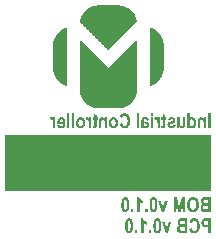
<source format=gbo>
G04*
G04 #@! TF.GenerationSoftware,Altium Limited,Altium Designer,22.10.1 (41)*
G04*
G04 Layer_Color=32896*
%FSLAX43Y43*%
%MOMM*%
G71*
G04*
G04 #@! TF.SameCoordinates,7233D645-3E92-44BA-85C6-A03B5A4407AC*
G04*
G04*
G04 #@! TF.FilePolarity,Positive*
G04*
G01*
G75*
%ADD89C,0.025*%
%ADD90R,17.400X4.700*%
G36*
X35593Y4483D02*
X35612Y4446D01*
X35632Y4412D01*
X35652Y4385D01*
X35671Y4360D01*
X35686Y4342D01*
X35697Y4331D01*
X35699Y4329D01*
X35701Y4327D01*
X35734Y4297D01*
X35765Y4273D01*
X35793Y4253D01*
X35819Y4236D01*
X35841Y4225D01*
X35856Y4216D01*
X35867Y4212D01*
X35869Y4210D01*
X35871D01*
Y3992D01*
X35819Y4016D01*
X35769Y4044D01*
X35726Y4075D01*
X35689Y4105D01*
X35673Y4118D01*
X35658Y4131D01*
X35645Y4144D01*
X35636Y4153D01*
X35626Y4162D01*
X35621Y4168D01*
X35617Y4172D01*
X35615Y4173D01*
Y3268D01*
X35417D01*
Y4523D01*
X35578D01*
X35593Y4483D01*
D02*
G37*
G36*
X37673Y3268D02*
X37495D01*
X37197Y4175D01*
X37399D01*
X37541Y3711D01*
X37584Y3557D01*
X37624Y3711D01*
X37763Y4175D01*
X37971D01*
X37673Y3268D01*
D02*
G37*
G36*
X39935Y4538D02*
X39972Y4533D01*
X40006Y4525D01*
X40039Y4516D01*
X40069Y4503D01*
X40096Y4490D01*
X40122Y4475D01*
X40145Y4462D01*
X40165Y4447D01*
X40183Y4433D01*
X40198Y4420D01*
X40211Y4407D01*
X40220Y4397D01*
X40228Y4390D01*
X40232Y4385D01*
X40233Y4383D01*
X40259Y4347D01*
X40282Y4309D01*
X40300Y4270D01*
X40317Y4229D01*
X40332Y4186D01*
X40343Y4146D01*
X40352Y4105D01*
X40359Y4064D01*
X40365Y4027D01*
X40370Y3994D01*
X40374Y3962D01*
X40376Y3935D01*
Y3914D01*
X40378Y3898D01*
Y3886D01*
Y3885D01*
Y3883D01*
X40376Y3827D01*
X40372Y3775D01*
X40365Y3725D01*
X40356Y3679D01*
X40345Y3636D01*
X40333Y3598D01*
X40320Y3561D01*
X40306Y3529D01*
X40293Y3499D01*
X40280Y3474D01*
X40269Y3451D01*
X40258Y3435D01*
X40248Y3420D01*
X40241Y3409D01*
X40237Y3403D01*
X40235Y3401D01*
X40211Y3374D01*
X40185Y3351D01*
X40159Y3331D01*
X40132Y3312D01*
X40104Y3298D01*
X40078Y3285D01*
X40052Y3275D01*
X40026Y3266D01*
X40002Y3261D01*
X39980Y3255D01*
X39959Y3253D01*
X39943Y3249D01*
X39928D01*
X39919Y3248D01*
X39909D01*
X39880Y3249D01*
X39852Y3251D01*
X39800Y3262D01*
X39754Y3277D01*
X39733Y3286D01*
X39715Y3296D01*
X39698Y3305D01*
X39683Y3314D01*
X39671Y3322D01*
X39661Y3329D01*
X39652Y3335D01*
X39646Y3340D01*
X39643Y3342D01*
X39641Y3344D01*
X39621Y3364D01*
X39602Y3385D01*
X39571Y3433D01*
X39543Y3485D01*
X39521Y3535D01*
X39511Y3559D01*
X39504Y3581D01*
X39498Y3601D01*
X39493Y3618D01*
X39489Y3633D01*
X39485Y3644D01*
X39484Y3651D01*
Y3653D01*
X39685Y3731D01*
X39696Y3681D01*
X39711Y3640D01*
X39724Y3605D01*
X39739Y3577D01*
X39752Y3555D01*
X39763Y3540D01*
X39771Y3531D01*
X39772Y3527D01*
X39795Y3507D01*
X39819Y3490D01*
X39843Y3479D01*
X39865Y3472D01*
X39883Y3468D01*
X39900Y3466D01*
X39909Y3464D01*
X39913D01*
X39933Y3466D01*
X39952Y3468D01*
X39989Y3479D01*
X40019Y3496D01*
X40045Y3514D01*
X40067Y3531D01*
X40082Y3548D01*
X40091Y3559D01*
X40095Y3561D01*
Y3562D01*
X40106Y3583D01*
X40117Y3605D01*
X40126Y3631D01*
X40133Y3657D01*
X40146Y3712D01*
X40154Y3768D01*
X40158Y3794D01*
X40159Y3818D01*
X40161Y3840D01*
Y3859D01*
X40163Y3875D01*
Y3886D01*
Y3896D01*
Y3898D01*
Y3938D01*
X40159Y3977D01*
X40156Y4012D01*
X40152Y4044D01*
X40146Y4073D01*
X40141Y4101D01*
X40135Y4125D01*
X40128Y4146D01*
X40120Y4164D01*
X40115Y4181D01*
X40109Y4194D01*
X40104Y4205D01*
X40098Y4212D01*
X40096Y4220D01*
X40093Y4222D01*
Y4223D01*
X40078Y4242D01*
X40063Y4257D01*
X40048Y4270D01*
X40033Y4281D01*
X40002Y4299D01*
X39972Y4310D01*
X39946Y4318D01*
X39926Y4322D01*
X39919Y4323D01*
X39908D01*
X39878Y4322D01*
X39852Y4314D01*
X39830Y4307D01*
X39809Y4296D01*
X39793Y4286D01*
X39780Y4277D01*
X39772Y4270D01*
X39771Y4268D01*
X39750Y4246D01*
X39733Y4222D01*
X39719Y4196D01*
X39708Y4170D01*
X39700Y4148D01*
X39695Y4129D01*
X39693Y4122D01*
Y4116D01*
X39691Y4114D01*
Y4112D01*
X39485Y4172D01*
X39493Y4201D01*
X39502Y4229D01*
X39511Y4255D01*
X39521Y4281D01*
X39532Y4303D01*
X39541Y4323D01*
X39552Y4340D01*
X39561Y4357D01*
X39571Y4372D01*
X39580Y4385D01*
X39587Y4396D01*
X39595Y4405D01*
X39600Y4410D01*
X39604Y4416D01*
X39606Y4420D01*
X39608D01*
X39630Y4440D01*
X39654Y4459D01*
X39678Y4475D01*
X39702Y4490D01*
X39726Y4501D01*
X39750Y4510D01*
X39796Y4525D01*
X39817Y4531D01*
X39835Y4535D01*
X39852Y4536D01*
X39867Y4538D01*
X39880Y4540D01*
X39896D01*
X39935Y4538D01*
D02*
G37*
G36*
X41300Y3268D02*
X41093D01*
Y3740D01*
X40924D01*
X40893Y3742D01*
X40863Y3744D01*
X40837Y3746D01*
X40813Y3749D01*
X40793Y3751D01*
X40772Y3755D01*
X40756Y3759D01*
X40741Y3762D01*
X40728Y3766D01*
X40719Y3768D01*
X40709Y3772D01*
X40702Y3773D01*
X40698Y3775D01*
X40694Y3777D01*
X40667Y3794D01*
X40641Y3812D01*
X40619Y3835D01*
X40600Y3855D01*
X40585Y3873D01*
X40574Y3890D01*
X40567Y3901D01*
X40565Y3903D01*
Y3905D01*
X40548Y3942D01*
X40535Y3979D01*
X40526Y4018D01*
X40519Y4053D01*
X40515Y4085D01*
Y4099D01*
X40513Y4110D01*
Y4120D01*
Y4127D01*
Y4131D01*
Y4133D01*
X40515Y4186D01*
X40522Y4235D01*
X40532Y4275D01*
X40543Y4310D01*
X40550Y4327D01*
X40556Y4340D01*
X40559Y4351D01*
X40565Y4360D01*
X40569Y4368D01*
X40572Y4373D01*
X40574Y4375D01*
Y4377D01*
X40598Y4410D01*
X40622Y4436D01*
X40648Y4459D01*
X40670Y4475D01*
X40693Y4486D01*
X40709Y4496D01*
X40720Y4499D01*
X40722Y4501D01*
X40724D01*
X40737Y4505D01*
X40752Y4507D01*
X40769Y4510D01*
X40787Y4512D01*
X40826Y4516D01*
X40869Y4518D01*
X40906Y4520D01*
X41300D01*
Y3268D01*
D02*
G37*
G36*
X39308D02*
X38882D01*
X38848Y3270D01*
X38819D01*
X38791Y3272D01*
X38767Y3274D01*
X38747D01*
X38728Y3275D01*
X38713Y3277D01*
X38700Y3279D01*
X38691D01*
X38682Y3281D01*
X38676D01*
X38672Y3283D01*
X38669D01*
X38637Y3294D01*
X38608Y3311D01*
X38580Y3329D01*
X38558Y3349D01*
X38539Y3368D01*
X38524Y3385D01*
X38517Y3396D01*
X38513Y3398D01*
Y3399D01*
X38491Y3436D01*
X38474Y3475D01*
X38463Y3514D01*
X38454Y3551D01*
X38450Y3583D01*
X38448Y3596D01*
Y3609D01*
X38447Y3618D01*
Y3625D01*
Y3629D01*
Y3631D01*
X38448Y3672D01*
X38454Y3709D01*
X38463Y3740D01*
X38473Y3768D01*
X38482Y3792D01*
X38491Y3809D01*
X38497Y3818D01*
X38498Y3822D01*
X38519Y3849D01*
X38543Y3873D01*
X38567Y3892D01*
X38589Y3907D01*
X38611Y3918D01*
X38628Y3927D01*
X38639Y3931D01*
X38641Y3933D01*
X38643D01*
X38619Y3948D01*
X38598Y3964D01*
X38582Y3983D01*
X38565Y3999D01*
X38554Y4016D01*
X38545Y4029D01*
X38539Y4036D01*
X38537Y4040D01*
X38524Y4068D01*
X38513Y4098D01*
X38506Y4125D01*
X38502Y4151D01*
X38498Y4172D01*
X38497Y4190D01*
Y4201D01*
Y4203D01*
Y4205D01*
X38498Y4240D01*
X38504Y4273D01*
X38511Y4303D01*
X38521Y4329D01*
X38530Y4349D01*
X38537Y4366D01*
X38543Y4375D01*
X38545Y4379D01*
X38563Y4407D01*
X38582Y4429D01*
X38602Y4447D01*
X38619Y4462D01*
X38635Y4473D01*
X38648Y4483D01*
X38656Y4486D01*
X38660Y4488D01*
X38674Y4494D01*
X38689Y4499D01*
X38726Y4507D01*
X38765Y4512D01*
X38804Y4516D01*
X38839Y4518D01*
X38856Y4520D01*
X39308D01*
Y3268D01*
D02*
G37*
G36*
X36280D02*
X36084D01*
Y3509D01*
X36280D01*
Y3268D01*
D02*
G37*
G36*
X35084D02*
X34888D01*
Y3509D01*
X35084D01*
Y3268D01*
D02*
G37*
G36*
X36815Y4522D02*
X36841Y4518D01*
X36865Y4510D01*
X36887Y4501D01*
X36928Y4479D01*
X36963Y4453D01*
X36991Y4425D01*
X37002Y4414D01*
X37012Y4403D01*
X37019Y4394D01*
X37025Y4386D01*
X37026Y4383D01*
X37028Y4381D01*
X37045Y4351D01*
X37058Y4318D01*
X37071Y4283D01*
X37080Y4244D01*
X37097Y4162D01*
X37108Y4081D01*
X37112Y4042D01*
X37113Y4005D01*
X37115Y3972D01*
X37117Y3944D01*
X37119Y3920D01*
Y3901D01*
Y3896D01*
Y3890D01*
Y3888D01*
Y3886D01*
X37117Y3822D01*
X37115Y3762D01*
X37110Y3707D01*
X37104Y3657D01*
X37099Y3611D01*
X37089Y3570D01*
X37082Y3535D01*
X37073Y3501D01*
X37065Y3474D01*
X37056Y3449D01*
X37049Y3431D01*
X37043Y3414D01*
X37036Y3401D01*
X37032Y3394D01*
X37030Y3388D01*
X37028Y3386D01*
X37010Y3362D01*
X36991Y3340D01*
X36971Y3322D01*
X36950Y3307D01*
X36930Y3292D01*
X36912Y3281D01*
X36891Y3272D01*
X36873Y3264D01*
X36837Y3255D01*
X36823Y3251D01*
X36810Y3249D01*
X36800D01*
X36793Y3248D01*
X36786D01*
X36758Y3249D01*
X36732Y3253D01*
X36708Y3261D01*
X36686Y3270D01*
X36645Y3292D01*
X36610Y3318D01*
X36582Y3344D01*
X36571Y3355D01*
X36562Y3366D01*
X36554Y3375D01*
X36549Y3383D01*
X36547Y3386D01*
X36545Y3388D01*
X36528Y3418D01*
X36513Y3451D01*
X36502Y3486D01*
X36491Y3525D01*
X36475Y3609D01*
X36463Y3690D01*
X36460Y3729D01*
X36458Y3766D01*
X36454Y3798D01*
Y3827D01*
X36452Y3851D01*
Y3870D01*
Y3875D01*
Y3881D01*
Y3883D01*
Y3885D01*
X36454Y3949D01*
X36456Y4007D01*
X36462Y4062D01*
X36467Y4110D01*
X36475Y4157D01*
X36482Y4198D01*
X36489Y4233D01*
X36499Y4266D01*
X36508Y4294D01*
X36515Y4318D01*
X36523Y4336D01*
X36530Y4353D01*
X36536Y4366D01*
X36541Y4373D01*
X36543Y4379D01*
X36545Y4381D01*
X36563Y4407D01*
X36582Y4427D01*
X36602Y4447D01*
X36623Y4464D01*
X36643Y4477D01*
X36662Y4488D01*
X36682Y4497D01*
X36700Y4505D01*
X36736Y4516D01*
X36750Y4520D01*
X36763Y4522D01*
X36773Y4523D01*
X36787D01*
X36815Y4522D01*
D02*
G37*
G36*
X34423D02*
X34449Y4518D01*
X34473Y4510D01*
X34495Y4501D01*
X34536Y4479D01*
X34571Y4453D01*
X34599Y4425D01*
X34610Y4414D01*
X34619Y4403D01*
X34627Y4394D01*
X34632Y4386D01*
X34634Y4383D01*
X34636Y4381D01*
X34653Y4351D01*
X34665Y4318D01*
X34678Y4283D01*
X34688Y4244D01*
X34704Y4162D01*
X34715Y4081D01*
X34719Y4042D01*
X34721Y4005D01*
X34723Y3972D01*
X34725Y3944D01*
X34727Y3920D01*
Y3901D01*
Y3896D01*
Y3890D01*
Y3888D01*
Y3886D01*
X34725Y3822D01*
X34723Y3762D01*
X34717Y3707D01*
X34712Y3657D01*
X34706Y3611D01*
X34697Y3570D01*
X34690Y3535D01*
X34680Y3501D01*
X34673Y3474D01*
X34664Y3449D01*
X34656Y3431D01*
X34651Y3414D01*
X34643Y3401D01*
X34640Y3394D01*
X34638Y3388D01*
X34636Y3386D01*
X34617Y3362D01*
X34599Y3340D01*
X34578Y3322D01*
X34558Y3307D01*
X34538Y3292D01*
X34519Y3281D01*
X34499Y3272D01*
X34480Y3264D01*
X34445Y3255D01*
X34430Y3251D01*
X34417Y3249D01*
X34408D01*
X34401Y3248D01*
X34393D01*
X34366Y3249D01*
X34340Y3253D01*
X34316Y3261D01*
X34293Y3270D01*
X34253Y3292D01*
X34217Y3318D01*
X34190Y3344D01*
X34179Y3355D01*
X34169Y3366D01*
X34162Y3375D01*
X34156Y3383D01*
X34154Y3386D01*
X34153Y3388D01*
X34136Y3418D01*
X34121Y3451D01*
X34110Y3486D01*
X34099Y3525D01*
X34082Y3609D01*
X34071Y3690D01*
X34067Y3729D01*
X34066Y3766D01*
X34062Y3798D01*
Y3827D01*
X34060Y3851D01*
Y3870D01*
Y3875D01*
Y3881D01*
Y3883D01*
Y3885D01*
X34062Y3949D01*
X34064Y4007D01*
X34069Y4062D01*
X34075Y4110D01*
X34082Y4157D01*
X34090Y4198D01*
X34097Y4233D01*
X34106Y4266D01*
X34116Y4294D01*
X34123Y4318D01*
X34130Y4336D01*
X34138Y4353D01*
X34143Y4366D01*
X34149Y4373D01*
X34151Y4379D01*
X34153Y4381D01*
X34171Y4407D01*
X34190Y4427D01*
X34210Y4447D01*
X34230Y4464D01*
X34251Y4477D01*
X34269Y4488D01*
X34290Y4497D01*
X34308Y4505D01*
X34343Y4516D01*
X34358Y4520D01*
X34371Y4522D01*
X34380Y4523D01*
X34395D01*
X34423Y4522D01*
D02*
G37*
G36*
X36436Y13181D02*
X36238D01*
Y13404D01*
X36436D01*
Y13181D01*
D02*
G37*
G36*
X35795Y13078D02*
X35839Y13070D01*
X35876Y13061D01*
X35906Y13050D01*
X35930Y13037D01*
X35947Y13028D01*
X35958Y13020D01*
X35962Y13018D01*
X35988Y12993D01*
X36010Y12961D01*
X36028Y12930D01*
X36041Y12896D01*
X36052Y12867D01*
X36058Y12854D01*
X36062Y12843D01*
X36063Y12833D01*
X36065Y12826D01*
X36067Y12822D01*
Y12820D01*
X35889Y12783D01*
X35882Y12806D01*
X35875Y12824D01*
X35865Y12841D01*
X35858Y12852D01*
X35852Y12861D01*
X35847Y12867D01*
X35843Y12870D01*
X35841Y12872D01*
X35828Y12880D01*
X35815Y12887D01*
X35788Y12893D01*
X35776Y12894D01*
X35767Y12896D01*
X35739D01*
X35723Y12894D01*
X35710Y12891D01*
X35699Y12889D01*
X35689Y12885D01*
X35684Y12881D01*
X35680Y12880D01*
X35678D01*
X35660Y12867D01*
X35647Y12856D01*
X35639Y12844D01*
X35638Y12843D01*
Y12841D01*
X35634Y12830D01*
X35630Y12817D01*
X35628Y12800D01*
Y12785D01*
X35626Y12768D01*
Y12756D01*
Y12748D01*
Y12744D01*
X35638Y12739D01*
X35651Y12733D01*
X35680Y12724D01*
X35712Y12713D01*
X35743Y12704D01*
X35773Y12696D01*
X35786Y12693D01*
X35797Y12691D01*
X35806Y12689D01*
X35814Y12687D01*
X35817Y12685D01*
X35819D01*
X35858Y12674D01*
X35893Y12663D01*
X35921Y12654D01*
X35943Y12643D01*
X35962Y12635D01*
X35975Y12628D01*
X35982Y12624D01*
X35984Y12622D01*
X36002Y12609D01*
X36017Y12594D01*
X36030Y12580D01*
X36041Y12565D01*
X36051Y12552D01*
X36056Y12541D01*
X36060Y12533D01*
X36062Y12531D01*
X36071Y12509D01*
X36078Y12487D01*
X36082Y12465D01*
X36086Y12444D01*
X36088Y12426D01*
X36089Y12411D01*
Y12402D01*
Y12398D01*
X36086Y12356D01*
X36078Y12317D01*
X36067Y12283D01*
X36054Y12256D01*
X36043Y12233D01*
X36032Y12217D01*
X36025Y12207D01*
X36021Y12204D01*
X35993Y12180D01*
X35964Y12161D01*
X35934Y12150D01*
X35906Y12141D01*
X35882Y12135D01*
X35862Y12133D01*
X35854Y12132D01*
X35843D01*
X35819Y12133D01*
X35797Y12137D01*
X35776Y12141D01*
X35758Y12146D01*
X35743Y12152D01*
X35730Y12157D01*
X35723Y12159D01*
X35721Y12161D01*
X35701Y12174D01*
X35680Y12187D01*
X35662Y12202D01*
X35645Y12217D01*
X35630Y12230D01*
X35621Y12241D01*
X35614Y12248D01*
X35612Y12250D01*
X35586Y12152D01*
X35391D01*
X35401Y12176D01*
X35408Y12198D01*
X35414Y12219D01*
X35419Y12237D01*
X35423Y12252D01*
X35425Y12265D01*
X35427Y12272D01*
Y12274D01*
X35430Y12298D01*
X35432Y12326D01*
X35434Y12356D01*
Y12383D01*
X35436Y12409D01*
Y12431D01*
Y12439D01*
Y12444D01*
Y12448D01*
Y12450D01*
X35434Y12730D01*
Y12759D01*
X35436Y12785D01*
Y12809D01*
X35438Y12831D01*
X35441Y12852D01*
X35443Y12868D01*
X35445Y12885D01*
X35449Y12898D01*
X35451Y12911D01*
X35454Y12920D01*
X35458Y12937D01*
X35462Y12944D01*
X35464Y12948D01*
X35475Y12970D01*
X35489Y12989D01*
X35506Y13006D01*
X35521Y13018D01*
X35536Y13030D01*
X35547Y13039D01*
X35554Y13043D01*
X35558Y13044D01*
X35584Y13056D01*
X35615Y13065D01*
X35647Y13070D01*
X35676Y13076D01*
X35704Y13078D01*
X35726Y13080D01*
X35747D01*
X35795Y13078D01*
D02*
G37*
G36*
X34036Y13422D02*
X34073Y13417D01*
X34106Y13409D01*
X34140Y13400D01*
X34169Y13387D01*
X34197Y13374D01*
X34223Y13359D01*
X34245Y13346D01*
X34266Y13331D01*
X34284Y13317D01*
X34299Y13304D01*
X34312Y13291D01*
X34321Y13281D01*
X34328Y13274D01*
X34332Y13268D01*
X34334Y13267D01*
X34360Y13231D01*
X34382Y13193D01*
X34401Y13154D01*
X34417Y13113D01*
X34432Y13070D01*
X34443Y13030D01*
X34453Y12989D01*
X34460Y12948D01*
X34466Y12911D01*
X34471Y12878D01*
X34475Y12846D01*
X34477Y12818D01*
Y12798D01*
X34478Y12781D01*
Y12770D01*
Y12768D01*
Y12767D01*
X34477Y12711D01*
X34473Y12659D01*
X34466Y12609D01*
X34456Y12563D01*
X34445Y12520D01*
X34434Y12481D01*
X34421Y12444D01*
X34406Y12413D01*
X34393Y12383D01*
X34380Y12357D01*
X34369Y12335D01*
X34358Y12319D01*
X34349Y12304D01*
X34341Y12293D01*
X34338Y12287D01*
X34336Y12285D01*
X34312Y12257D01*
X34286Y12235D01*
X34260Y12215D01*
X34232Y12196D01*
X34204Y12182D01*
X34179Y12169D01*
X34153Y12159D01*
X34127Y12150D01*
X34103Y12144D01*
X34080Y12139D01*
X34060Y12137D01*
X34043Y12133D01*
X34029D01*
X34019Y12132D01*
X34010D01*
X33980Y12133D01*
X33953Y12135D01*
X33901Y12146D01*
X33854Y12161D01*
X33834Y12170D01*
X33816Y12180D01*
X33799Y12189D01*
X33784Y12198D01*
X33771Y12206D01*
X33762Y12213D01*
X33753Y12219D01*
X33747Y12224D01*
X33743Y12226D01*
X33742Y12228D01*
X33721Y12248D01*
X33703Y12269D01*
X33671Y12317D01*
X33643Y12369D01*
X33621Y12419D01*
X33612Y12443D01*
X33604Y12465D01*
X33599Y12485D01*
X33593Y12502D01*
X33590Y12517D01*
X33586Y12528D01*
X33584Y12535D01*
Y12537D01*
X33786Y12615D01*
X33797Y12565D01*
X33812Y12524D01*
X33825Y12489D01*
X33840Y12461D01*
X33853Y12439D01*
X33864Y12424D01*
X33871Y12415D01*
X33873Y12411D01*
X33895Y12391D01*
X33919Y12374D01*
X33943Y12363D01*
X33966Y12356D01*
X33984Y12352D01*
X34001Y12350D01*
X34010Y12348D01*
X34014D01*
X34034Y12350D01*
X34053Y12352D01*
X34090Y12363D01*
X34119Y12380D01*
X34145Y12398D01*
X34167Y12415D01*
X34182Y12431D01*
X34191Y12443D01*
X34195Y12444D01*
Y12446D01*
X34206Y12467D01*
X34217Y12489D01*
X34227Y12515D01*
X34234Y12541D01*
X34247Y12596D01*
X34254Y12652D01*
X34258Y12678D01*
X34260Y12702D01*
X34262Y12724D01*
Y12743D01*
X34264Y12759D01*
Y12770D01*
Y12780D01*
Y12781D01*
Y12822D01*
X34260Y12861D01*
X34256Y12896D01*
X34253Y12928D01*
X34247Y12957D01*
X34241Y12985D01*
X34236Y13009D01*
X34229Y13030D01*
X34221Y13048D01*
X34216Y13065D01*
X34210Y13078D01*
X34204Y13089D01*
X34199Y13096D01*
X34197Y13104D01*
X34193Y13106D01*
Y13107D01*
X34179Y13126D01*
X34164Y13141D01*
X34149Y13154D01*
X34134Y13165D01*
X34103Y13183D01*
X34073Y13194D01*
X34047Y13202D01*
X34027Y13205D01*
X34019Y13207D01*
X34008D01*
X33979Y13205D01*
X33953Y13198D01*
X33930Y13191D01*
X33910Y13180D01*
X33893Y13170D01*
X33880Y13161D01*
X33873Y13154D01*
X33871Y13152D01*
X33851Y13130D01*
X33834Y13106D01*
X33819Y13080D01*
X33808Y13054D01*
X33801Y13031D01*
X33795Y13013D01*
X33793Y13006D01*
Y13000D01*
X33792Y12998D01*
Y12996D01*
X33586Y13056D01*
X33593Y13085D01*
X33603Y13113D01*
X33612Y13139D01*
X33621Y13165D01*
X33632Y13187D01*
X33642Y13207D01*
X33653Y13224D01*
X33662Y13241D01*
X33671Y13255D01*
X33680Y13268D01*
X33688Y13280D01*
X33695Y13289D01*
X33701Y13294D01*
X33704Y13300D01*
X33706Y13304D01*
X33708D01*
X33730Y13324D01*
X33754Y13343D01*
X33779Y13359D01*
X33803Y13374D01*
X33827Y13385D01*
X33851Y13394D01*
X33897Y13409D01*
X33917Y13415D01*
X33936Y13418D01*
X33953Y13420D01*
X33967Y13422D01*
X33980Y13424D01*
X33997D01*
X34036Y13422D01*
D02*
G37*
G36*
X37463Y13239D02*
Y13059D01*
X37554D01*
Y12868D01*
X37463D01*
Y12472D01*
Y12444D01*
Y12420D01*
X37461Y12398D01*
Y12376D01*
Y12357D01*
X37460Y12343D01*
Y12328D01*
X37458Y12315D01*
X37456Y12294D01*
X37454Y12282D01*
X37452Y12272D01*
Y12270D01*
X37445Y12246D01*
X37437Y12226D01*
X37426Y12207D01*
X37417Y12193D01*
X37408Y12182D01*
X37400Y12174D01*
X37395Y12169D01*
X37393Y12167D01*
X37374Y12156D01*
X37354Y12146D01*
X37334Y12141D01*
X37315Y12135D01*
X37297Y12133D01*
X37284Y12132D01*
X37271D01*
X37239Y12133D01*
X37210Y12137D01*
X37184Y12143D01*
X37160Y12150D01*
X37141Y12156D01*
X37126Y12161D01*
X37119Y12165D01*
X37115Y12167D01*
X37134Y12354D01*
X37152Y12346D01*
X37167Y12341D01*
X37180Y12337D01*
X37191Y12335D01*
X37200Y12333D01*
X37206Y12332D01*
X37212D01*
X37224Y12333D01*
X37234Y12337D01*
X37243Y12343D01*
X37249Y12348D01*
X37258Y12359D01*
X37260Y12363D01*
Y12365D01*
Y12370D01*
X37262Y12376D01*
X37263Y12394D01*
Y12417D01*
X37265Y12441D01*
Y12463D01*
Y12483D01*
Y12491D01*
Y12496D01*
Y12500D01*
Y12502D01*
Y12868D01*
X37132D01*
Y13059D01*
X37265D01*
Y13380D01*
X37463Y13239D01*
D02*
G37*
G36*
X31649D02*
Y13059D01*
X31740D01*
Y12868D01*
X31649D01*
Y12472D01*
Y12444D01*
Y12420D01*
X31647Y12398D01*
Y12376D01*
Y12357D01*
X31645Y12343D01*
Y12328D01*
X31644Y12315D01*
X31642Y12294D01*
X31640Y12282D01*
X31638Y12272D01*
Y12270D01*
X31631Y12246D01*
X31623Y12226D01*
X31612Y12207D01*
X31603Y12193D01*
X31594Y12182D01*
X31586Y12174D01*
X31581Y12169D01*
X31579Y12167D01*
X31560Y12156D01*
X31540Y12146D01*
X31520Y12141D01*
X31501Y12135D01*
X31482Y12133D01*
X31470Y12132D01*
X31457D01*
X31425Y12133D01*
X31395Y12137D01*
X31370Y12143D01*
X31345Y12150D01*
X31327Y12156D01*
X31312Y12161D01*
X31305Y12165D01*
X31301Y12167D01*
X31320Y12354D01*
X31338Y12346D01*
X31353Y12341D01*
X31366Y12337D01*
X31377Y12335D01*
X31386Y12333D01*
X31392Y12332D01*
X31397D01*
X31410Y12333D01*
X31420Y12337D01*
X31429Y12343D01*
X31434Y12348D01*
X31444Y12359D01*
X31445Y12363D01*
Y12365D01*
Y12370D01*
X31447Y12376D01*
X31449Y12394D01*
Y12417D01*
X31451Y12441D01*
Y12463D01*
Y12483D01*
Y12491D01*
Y12496D01*
Y12500D01*
Y12502D01*
Y12868D01*
X31318D01*
Y13059D01*
X31451D01*
Y13380D01*
X31649Y13239D01*
D02*
G37*
G36*
X39148Y12483D02*
X39147Y12437D01*
X39145Y12394D01*
X39139Y12359D01*
X39134Y12332D01*
X39130Y12307D01*
X39124Y12291D01*
X39122Y12282D01*
X39121Y12278D01*
X39109Y12254D01*
X39095Y12232D01*
X39082Y12213D01*
X39067Y12196D01*
X39056Y12185D01*
X39045Y12176D01*
X39037Y12170D01*
X39035Y12169D01*
X39013Y12156D01*
X38989Y12146D01*
X38967Y12141D01*
X38947Y12137D01*
X38930Y12133D01*
X38917Y12132D01*
X38904D01*
X38878Y12133D01*
X38852Y12137D01*
X38828Y12144D01*
X38808Y12152D01*
X38789Y12159D01*
X38776Y12167D01*
X38769Y12170D01*
X38765Y12172D01*
X38741Y12189D01*
X38721Y12207D01*
X38702Y12226D01*
X38685Y12244D01*
X38674Y12261D01*
X38665Y12274D01*
X38660Y12283D01*
X38658Y12287D01*
Y12152D01*
X38473D01*
Y13059D01*
X38671D01*
Y12676D01*
Y12643D01*
Y12613D01*
X38672Y12585D01*
Y12561D01*
X38674Y12539D01*
Y12519D01*
X38676Y12502D01*
X38678Y12487D01*
X38680Y12474D01*
Y12463D01*
X38682Y12456D01*
X38684Y12448D01*
X38685Y12439D01*
Y12437D01*
X38691Y12419D01*
X38698Y12400D01*
X38708Y12385D01*
X38717Y12372D01*
X38726Y12363D01*
X38732Y12354D01*
X38737Y12350D01*
X38739Y12348D01*
X38754Y12337D01*
X38771Y12330D01*
X38785Y12322D01*
X38800Y12319D01*
X38811Y12317D01*
X38821Y12315D01*
X38830D01*
X38845Y12317D01*
X38860Y12319D01*
X38872Y12322D01*
X38884Y12328D01*
X38891Y12333D01*
X38898Y12337D01*
X38902Y12339D01*
X38904Y12341D01*
X38913Y12352D01*
X38922Y12363D01*
X38934Y12387D01*
X38939Y12398D01*
X38941Y12407D01*
X38943Y12413D01*
Y12415D01*
X38945Y12426D01*
Y12439D01*
X38947Y12454D01*
Y12470D01*
X38948Y12507D01*
Y12546D01*
X38950Y12583D01*
Y12600D01*
Y12613D01*
Y12626D01*
Y12635D01*
Y12641D01*
Y12643D01*
Y13059D01*
X39148D01*
Y12483D01*
D02*
G37*
G36*
X28692Y13078D02*
X28718Y13074D01*
X28742Y13068D01*
X28764Y13061D01*
X28803Y13043D01*
X28838Y13022D01*
X28864Y13000D01*
X28875Y12991D01*
X28885Y12981D01*
X28892Y12974D01*
X28898Y12968D01*
X28899Y12965D01*
X28901Y12963D01*
X28920Y12937D01*
X28936Y12907D01*
X28949Y12878D01*
X28962Y12848D01*
X28972Y12818D01*
X28981Y12787D01*
X28994Y12730D01*
X28998Y12704D01*
X29001Y12680D01*
X29003Y12657D01*
X29005Y12637D01*
X29007Y12622D01*
Y12609D01*
Y12602D01*
Y12600D01*
X29005Y12557D01*
X29003Y12519D01*
X28998Y12481D01*
X28990Y12446D01*
X28983Y12415D01*
X28973Y12385D01*
X28964Y12357D01*
X28953Y12333D01*
X28944Y12313D01*
X28935Y12293D01*
X28925Y12278D01*
X28918Y12265D01*
X28911Y12254D01*
X28905Y12246D01*
X28903Y12243D01*
X28901Y12241D01*
X28885Y12222D01*
X28864Y12206D01*
X28846Y12191D01*
X28824Y12178D01*
X28803Y12167D01*
X28783Y12157D01*
X28740Y12144D01*
X28705Y12137D01*
X28688Y12135D01*
X28675Y12133D01*
X28662Y12132D01*
X28648D01*
X28605Y12135D01*
X28566Y12143D01*
X28531Y12152D01*
X28501Y12165D01*
X28477Y12176D01*
X28461Y12187D01*
X28449Y12194D01*
X28446Y12196D01*
X28416Y12224D01*
X28392Y12256D01*
X28370Y12291D01*
X28353Y12324D01*
X28338Y12354D01*
X28333Y12367D01*
X28329Y12378D01*
X28325Y12387D01*
X28324Y12394D01*
X28322Y12398D01*
Y12400D01*
X28518Y12441D01*
X28525Y12419D01*
X28533Y12398D01*
X28542Y12382D01*
X28551Y12367D01*
X28562Y12354D01*
X28574Y12343D01*
X28585Y12333D01*
X28594Y12328D01*
X28614Y12319D01*
X28631Y12313D01*
X28642Y12311D01*
X28646D01*
X28670Y12313D01*
X28690Y12320D01*
X28711Y12330D01*
X28727Y12341D01*
X28740Y12350D01*
X28749Y12359D01*
X28757Y12367D01*
X28759Y12369D01*
X28774Y12393D01*
X28785Y12420D01*
X28794Y12448D01*
X28799Y12476D01*
X28803Y12500D01*
X28805Y12519D01*
Y12526D01*
Y12531D01*
Y12535D01*
Y12537D01*
X28312D01*
Y12563D01*
X28314Y12611D01*
X28316Y12656D01*
X28322Y12698D01*
X28329Y12737D01*
X28337Y12772D01*
X28346Y12804D01*
X28355Y12833D01*
X28364Y12861D01*
X28374Y12883D01*
X28383Y12904D01*
X28392Y12922D01*
X28399Y12935D01*
X28407Y12946D01*
X28412Y12956D01*
X28414Y12959D01*
X28416Y12961D01*
X28435Y12981D01*
X28453Y13000D01*
X28474Y13017D01*
X28494Y13030D01*
X28514Y13041D01*
X28535Y13050D01*
X28575Y13065D01*
X28611Y13074D01*
X28627Y13076D01*
X28640Y13078D01*
X28651Y13080D01*
X28666D01*
X28692Y13078D01*
D02*
G37*
G36*
X41300Y12152D02*
X41093D01*
Y13404D01*
X41300D01*
Y12152D01*
D02*
G37*
G36*
X40500Y13078D02*
X40524Y13074D01*
X40548Y13067D01*
X40567Y13061D01*
X40583Y13054D01*
X40596Y13046D01*
X40604Y13043D01*
X40607Y13041D01*
X40630Y13024D01*
X40650Y13006D01*
X40669Y12987D01*
X40685Y12968D01*
X40698Y12952D01*
X40707Y12939D01*
X40715Y12930D01*
X40717Y12926D01*
Y13059D01*
X40900D01*
Y12152D01*
X40702D01*
Y12563D01*
Y12591D01*
Y12617D01*
X40700Y12641D01*
Y12661D01*
X40698Y12681D01*
X40696Y12698D01*
Y12713D01*
X40694Y12728D01*
X40691Y12748D01*
X40689Y12763D01*
X40687Y12772D01*
Y12774D01*
X40680Y12794D01*
X40670Y12813D01*
X40663Y12828D01*
X40654Y12841D01*
X40645Y12850D01*
X40637Y12857D01*
X40633Y12861D01*
X40632Y12863D01*
X40617Y12874D01*
X40600Y12881D01*
X40585Y12889D01*
X40572Y12893D01*
X40559Y12894D01*
X40550Y12896D01*
X40543D01*
X40528Y12894D01*
X40515Y12893D01*
X40495Y12883D01*
X40485Y12878D01*
X40480Y12874D01*
X40476Y12872D01*
X40474Y12870D01*
X40463Y12861D01*
X40454Y12850D01*
X40441Y12826D01*
X40437Y12817D01*
X40433Y12807D01*
X40432Y12802D01*
Y12800D01*
X40430Y12791D01*
X40428Y12780D01*
X40424Y12752D01*
X40422Y12720D01*
Y12691D01*
X40420Y12661D01*
Y12648D01*
Y12637D01*
Y12628D01*
Y12620D01*
Y12617D01*
Y12615D01*
Y12152D01*
X40222D01*
Y12715D01*
X40224Y12761D01*
X40226Y12804D01*
X40230Y12837D01*
X40233Y12867D01*
X40239Y12889D01*
X40243Y12906D01*
X40245Y12915D01*
X40246Y12918D01*
X40256Y12944D01*
X40269Y12967D01*
X40282Y12985D01*
X40295Y13002D01*
X40307Y13015D01*
X40319Y13026D01*
X40326Y13031D01*
X40328Y13033D01*
X40352Y13048D01*
X40376Y13059D01*
X40400Y13068D01*
X40422Y13074D01*
X40443Y13078D01*
X40457Y13080D01*
X40472D01*
X40500Y13078D01*
D02*
G37*
G36*
X36667D02*
X36684Y13076D01*
X36699Y13070D01*
X36712Y13065D01*
X36721Y13059D01*
X36728Y13056D01*
X36734Y13052D01*
X36736Y13050D01*
X36750Y13037D01*
X36763Y13018D01*
X36778Y12998D01*
X36791Y12980D01*
X36802Y12959D01*
X36812Y12944D01*
X36817Y12933D01*
X36819Y12931D01*
Y13059D01*
X37002D01*
Y12152D01*
X36804D01*
Y12431D01*
Y12470D01*
Y12506D01*
X36802Y12537D01*
Y12567D01*
X36800Y12594D01*
Y12619D01*
X36799Y12639D01*
X36797Y12657D01*
Y12674D01*
X36795Y12687D01*
Y12700D01*
X36793Y12709D01*
Y12715D01*
X36791Y12720D01*
Y12724D01*
X36786Y12752D01*
X36778Y12774D01*
X36771Y12794D01*
X36763Y12809D01*
X36758Y12820D01*
X36752Y12828D01*
X36749Y12831D01*
X36747Y12833D01*
X36734Y12844D01*
X36723Y12852D01*
X36710Y12857D01*
X36699Y12861D01*
X36689Y12863D01*
X36682Y12865D01*
X36675D01*
X36658Y12863D01*
X36643Y12859D01*
X36626Y12852D01*
X36613Y12844D01*
X36600Y12837D01*
X36591Y12830D01*
X36586Y12826D01*
X36584Y12824D01*
X36521Y13033D01*
X36545Y13048D01*
X36567Y13059D01*
X36589Y13068D01*
X36610Y13074D01*
X36626Y13078D01*
X36639Y13080D01*
X36650D01*
X36667Y13078D01*
D02*
G37*
G36*
X36436Y12152D02*
X36238D01*
Y13059D01*
X36436D01*
Y12152D01*
D02*
G37*
G36*
X35240D02*
X35041D01*
Y13404D01*
X35240D01*
Y12152D01*
D02*
G37*
G36*
X32136Y13078D02*
X32160Y13074D01*
X32184Y13067D01*
X32203Y13061D01*
X32219Y13054D01*
X32232Y13046D01*
X32240Y13043D01*
X32244Y13041D01*
X32266Y13024D01*
X32286Y13006D01*
X32305Y12987D01*
X32321Y12968D01*
X32334Y12952D01*
X32344Y12939D01*
X32351Y12930D01*
X32353Y12926D01*
Y13059D01*
X32536D01*
Y12152D01*
X32338D01*
Y12563D01*
Y12591D01*
Y12617D01*
X32336Y12641D01*
Y12661D01*
X32334Y12681D01*
X32332Y12698D01*
Y12713D01*
X32331Y12728D01*
X32327Y12748D01*
X32325Y12763D01*
X32323Y12772D01*
Y12774D01*
X32316Y12794D01*
X32306Y12813D01*
X32299Y12828D01*
X32290Y12841D01*
X32281Y12850D01*
X32273Y12857D01*
X32269Y12861D01*
X32268Y12863D01*
X32253Y12874D01*
X32236Y12881D01*
X32221Y12889D01*
X32208Y12893D01*
X32195Y12894D01*
X32186Y12896D01*
X32179D01*
X32164Y12894D01*
X32151Y12893D01*
X32131Y12883D01*
X32121Y12878D01*
X32116Y12874D01*
X32112Y12872D01*
X32110Y12870D01*
X32099Y12861D01*
X32090Y12850D01*
X32077Y12826D01*
X32073Y12817D01*
X32069Y12807D01*
X32068Y12802D01*
Y12800D01*
X32066Y12791D01*
X32064Y12780D01*
X32060Y12752D01*
X32058Y12720D01*
Y12691D01*
X32056Y12661D01*
Y12648D01*
Y12637D01*
Y12628D01*
Y12620D01*
Y12617D01*
Y12615D01*
Y12152D01*
X31858D01*
Y12715D01*
X31860Y12761D01*
X31862Y12804D01*
X31866Y12837D01*
X31869Y12867D01*
X31875Y12889D01*
X31879Y12906D01*
X31881Y12915D01*
X31882Y12918D01*
X31892Y12944D01*
X31905Y12967D01*
X31918Y12985D01*
X31931Y13002D01*
X31944Y13015D01*
X31955Y13026D01*
X31962Y13031D01*
X31964Y13033D01*
X31988Y13048D01*
X32012Y13059D01*
X32036Y13068D01*
X32058Y13074D01*
X32079Y13078D01*
X32094Y13080D01*
X32108D01*
X32136Y13078D01*
D02*
G37*
G36*
X30853D02*
X30870Y13076D01*
X30884Y13070D01*
X30897Y13065D01*
X30907Y13059D01*
X30914Y13056D01*
X30920Y13052D01*
X30921Y13050D01*
X30936Y13037D01*
X30949Y13018D01*
X30964Y12998D01*
X30977Y12980D01*
X30988Y12959D01*
X30997Y12944D01*
X31003Y12933D01*
X31005Y12931D01*
Y13059D01*
X31188D01*
Y12152D01*
X30990D01*
Y12431D01*
Y12470D01*
Y12506D01*
X30988Y12537D01*
Y12567D01*
X30986Y12594D01*
Y12619D01*
X30984Y12639D01*
X30983Y12657D01*
Y12674D01*
X30981Y12687D01*
Y12700D01*
X30979Y12709D01*
Y12715D01*
X30977Y12720D01*
Y12724D01*
X30971Y12752D01*
X30964Y12774D01*
X30957Y12794D01*
X30949Y12809D01*
X30944Y12820D01*
X30938Y12828D01*
X30934Y12831D01*
X30933Y12833D01*
X30920Y12844D01*
X30908Y12852D01*
X30896Y12857D01*
X30884Y12861D01*
X30875Y12863D01*
X30868Y12865D01*
X30860D01*
X30844Y12863D01*
X30829Y12859D01*
X30812Y12852D01*
X30799Y12844D01*
X30786Y12837D01*
X30777Y12830D01*
X30771Y12826D01*
X30770Y12824D01*
X30707Y13033D01*
X30731Y13048D01*
X30753Y13059D01*
X30775Y13068D01*
X30796Y13074D01*
X30812Y13078D01*
X30825Y13080D01*
X30836D01*
X30853Y13078D01*
D02*
G37*
G36*
X29746Y12152D02*
X29548D01*
Y13404D01*
X29746D01*
Y12152D01*
D02*
G37*
G36*
X29348D02*
X29149D01*
Y13404D01*
X29348D01*
Y12152D01*
D02*
G37*
G36*
X27825Y13078D02*
X27842Y13076D01*
X27857Y13070D01*
X27870Y13065D01*
X27879Y13059D01*
X27887Y13056D01*
X27892Y13052D01*
X27894Y13050D01*
X27909Y13037D01*
X27922Y13018D01*
X27937Y12998D01*
X27950Y12980D01*
X27961Y12959D01*
X27970Y12944D01*
X27975Y12933D01*
X27977Y12931D01*
Y13059D01*
X28161D01*
Y12152D01*
X27962D01*
Y12431D01*
Y12470D01*
Y12506D01*
X27961Y12537D01*
Y12567D01*
X27959Y12594D01*
Y12619D01*
X27957Y12639D01*
X27955Y12657D01*
Y12674D01*
X27953Y12687D01*
Y12700D01*
X27951Y12709D01*
Y12715D01*
X27950Y12720D01*
Y12724D01*
X27944Y12752D01*
X27937Y12774D01*
X27929Y12794D01*
X27922Y12809D01*
X27916Y12820D01*
X27911Y12828D01*
X27907Y12831D01*
X27905Y12833D01*
X27892Y12844D01*
X27881Y12852D01*
X27868Y12857D01*
X27857Y12861D01*
X27848Y12863D01*
X27840Y12865D01*
X27833D01*
X27816Y12863D01*
X27801Y12859D01*
X27785Y12852D01*
X27772Y12844D01*
X27759Y12837D01*
X27750Y12830D01*
X27744Y12826D01*
X27742Y12824D01*
X27679Y13033D01*
X27703Y13048D01*
X27725Y13059D01*
X27748Y13068D01*
X27768Y13074D01*
X27785Y13078D01*
X27798Y13080D01*
X27809D01*
X27825Y13078D01*
D02*
G37*
G36*
X39537Y12952D02*
X39554Y12974D01*
X39572Y12993D01*
X39589Y13009D01*
X39604Y13022D01*
X39617Y13033D01*
X39628Y13041D01*
X39635Y13044D01*
X39637Y13046D01*
X39658Y13057D01*
X39678Y13065D01*
X39698Y13072D01*
X39715Y13076D01*
X39732Y13078D01*
X39743Y13080D01*
X39754D01*
X39778Y13078D01*
X39802Y13074D01*
X39822Y13068D01*
X39845Y13061D01*
X39882Y13043D01*
X39915Y13020D01*
X39941Y12998D01*
X39959Y12980D01*
X39967Y12972D01*
X39972Y12967D01*
X39974Y12963D01*
X39976Y12961D01*
X39991Y12937D01*
X40006Y12911D01*
X40028Y12856D01*
X40043Y12798D01*
X40054Y12741D01*
X40058Y12715D01*
X40059Y12689D01*
X40063Y12667D01*
Y12648D01*
X40065Y12631D01*
Y12620D01*
Y12611D01*
Y12609D01*
X40063Y12567D01*
X40061Y12528D01*
X40056Y12491D01*
X40050Y12457D01*
X40045Y12426D01*
X40035Y12396D01*
X40028Y12370D01*
X40019Y12346D01*
X40011Y12326D01*
X40002Y12307D01*
X39995Y12291D01*
X39989Y12278D01*
X39982Y12269D01*
X39978Y12261D01*
X39976Y12257D01*
X39974Y12256D01*
X39956Y12233D01*
X39939Y12215D01*
X39921Y12198D01*
X39900Y12183D01*
X39882Y12172D01*
X39865Y12161D01*
X39830Y12146D01*
X39800Y12139D01*
X39787Y12135D01*
X39776Y12133D01*
X39769Y12132D01*
X39756D01*
X39732Y12133D01*
X39709Y12137D01*
X39687Y12143D01*
X39669Y12150D01*
X39652Y12157D01*
X39641Y12163D01*
X39632Y12167D01*
X39630Y12169D01*
X39608Y12185D01*
X39587Y12204D01*
X39569Y12222D01*
X39554Y12241D01*
X39541Y12257D01*
X39530Y12270D01*
X39524Y12280D01*
X39522Y12283D01*
Y12152D01*
X39339D01*
Y13404D01*
X39537D01*
Y12952D01*
D02*
G37*
G36*
X38052Y13076D02*
X38098Y13067D01*
X38139Y13056D01*
X38173Y13041D01*
X38198Y13026D01*
X38217Y13015D01*
X38223Y13009D01*
X38228Y13006D01*
X38230Y13004D01*
X38232Y13002D01*
X38247Y12987D01*
X38258Y12972D01*
X38278Y12939D01*
X38291Y12906D01*
X38302Y12872D01*
X38308Y12844D01*
X38310Y12831D01*
Y12820D01*
X38311Y12813D01*
Y12806D01*
Y12802D01*
Y12800D01*
X38310Y12778D01*
X38308Y12756D01*
X38298Y12717D01*
X38285Y12681D01*
X38271Y12654D01*
X38256Y12631D01*
X38243Y12615D01*
X38234Y12606D01*
X38230Y12602D01*
X38215Y12591D01*
X38198Y12580D01*
X38178Y12569D01*
X38154Y12559D01*
X38104Y12539D01*
X38050Y12519D01*
X38026Y12511D01*
X38002Y12504D01*
X37980Y12496D01*
X37960Y12491D01*
X37943Y12485D01*
X37932Y12483D01*
X37923Y12480D01*
X37921D01*
X37904Y12474D01*
X37891Y12470D01*
X37880Y12465D01*
X37873Y12459D01*
X37865Y12456D01*
X37861Y12454D01*
X37858Y12450D01*
X37848Y12435D01*
X37843Y12420D01*
X37841Y12409D01*
Y12406D01*
Y12404D01*
X37843Y12387D01*
X37847Y12374D01*
X37852Y12361D01*
X37858Y12352D01*
X37865Y12343D01*
X37871Y12337D01*
X37874Y12333D01*
X37876Y12332D01*
X37891Y12322D01*
X37908Y12317D01*
X37943Y12309D01*
X37958Y12307D01*
X37971Y12306D01*
X37982D01*
X38006Y12307D01*
X38026Y12311D01*
X38047Y12319D01*
X38063Y12328D01*
X38078Y12339D01*
X38091Y12350D01*
X38110Y12378D01*
X38124Y12404D01*
X38134Y12426D01*
X38136Y12435D01*
X38137Y12443D01*
X38139Y12446D01*
Y12448D01*
X38337Y12411D01*
X38324Y12363D01*
X38308Y12320D01*
X38287Y12285D01*
X38267Y12256D01*
X38248Y12232D01*
X38234Y12215D01*
X38223Y12206D01*
X38221Y12202D01*
X38219D01*
X38182Y12178D01*
X38143Y12161D01*
X38102Y12148D01*
X38065Y12141D01*
X38032Y12135D01*
X38019Y12133D01*
X38006D01*
X37995Y12132D01*
X37982D01*
X37952Y12133D01*
X37926Y12135D01*
X37876Y12144D01*
X37834Y12159D01*
X37799Y12174D01*
X37784Y12182D01*
X37771Y12189D01*
X37760Y12196D01*
X37750Y12204D01*
X37743Y12209D01*
X37737Y12213D01*
X37736Y12217D01*
X37734D01*
X37717Y12233D01*
X37704Y12250D01*
X37691Y12269D01*
X37682Y12287D01*
X37665Y12322D01*
X37654Y12357D01*
X37649Y12387D01*
X37645Y12400D01*
Y12411D01*
X37643Y12420D01*
Y12428D01*
Y12431D01*
Y12433D01*
X37645Y12472D01*
X37652Y12507D01*
X37661Y12537D01*
X37673Y12563D01*
X37684Y12583D01*
X37693Y12596D01*
X37700Y12606D01*
X37702Y12609D01*
X37715Y12620D01*
X37728Y12633D01*
X37761Y12654D01*
X37799Y12672D01*
X37836Y12689D01*
X37871Y12702D01*
X37886Y12707D01*
X37900Y12713D01*
X37911Y12715D01*
X37919Y12719D01*
X37924Y12720D01*
X37926D01*
X37952Y12728D01*
X37976Y12735D01*
X37997Y12741D01*
X38015Y12746D01*
X38032Y12752D01*
X38045Y12757D01*
X38058Y12763D01*
X38069Y12767D01*
X38084Y12772D01*
X38093Y12778D01*
X38098Y12781D01*
X38100D01*
X38110Y12789D01*
X38117Y12798D01*
X38121Y12806D01*
X38124Y12815D01*
X38126Y12820D01*
X38128Y12826D01*
Y12830D01*
Y12831D01*
X38126Y12843D01*
X38123Y12854D01*
X38113Y12870D01*
X38102Y12881D01*
X38100Y12885D01*
X38098D01*
X38086Y12893D01*
X38069Y12898D01*
X38036Y12906D01*
X38019D01*
X38006Y12907D01*
X37995D01*
X37974Y12906D01*
X37956Y12902D01*
X37937Y12898D01*
X37923Y12891D01*
X37898Y12872D01*
X37880Y12854D01*
X37867Y12833D01*
X37858Y12815D01*
X37856Y12807D01*
X37854Y12804D01*
X37852Y12800D01*
Y12798D01*
X37667Y12839D01*
X37680Y12883D01*
X37697Y12920D01*
X37715Y12952D01*
X37734Y12978D01*
X37750Y12998D01*
X37763Y13011D01*
X37773Y13020D01*
X37776Y13022D01*
X37808Y13041D01*
X37843Y13056D01*
X37880Y13065D01*
X37915Y13072D01*
X37948Y13076D01*
X37961Y13078D01*
X37974Y13080D01*
X37998D01*
X38052Y13076D01*
D02*
G37*
G36*
X33112Y13078D02*
X33149Y13070D01*
X33180Y13063D01*
X33210Y13052D01*
X33232Y13043D01*
X33251Y13033D01*
X33262Y13026D01*
X33264Y13024D01*
X33266D01*
X33295Y13002D01*
X33323Y12974D01*
X33347Y12948D01*
X33367Y12920D01*
X33382Y12896D01*
X33395Y12878D01*
X33399Y12870D01*
X33403Y12865D01*
X33405Y12861D01*
Y12859D01*
X33421Y12817D01*
X33434Y12776D01*
X33443Y12735D01*
X33449Y12696D01*
X33453Y12665D01*
X33455Y12652D01*
X33456Y12639D01*
Y12630D01*
Y12622D01*
Y12619D01*
Y12617D01*
X33455Y12574D01*
X33451Y12535D01*
X33447Y12496D01*
X33440Y12463D01*
X33430Y12430D01*
X33421Y12400D01*
X33412Y12374D01*
X33401Y12350D01*
X33392Y12328D01*
X33382Y12309D01*
X33373Y12294D01*
X33364Y12282D01*
X33356Y12270D01*
X33353Y12263D01*
X33349Y12259D01*
X33347Y12257D01*
X33327Y12235D01*
X33305Y12217D01*
X33280Y12200D01*
X33258Y12185D01*
X33234Y12172D01*
X33212Y12163D01*
X33169Y12148D01*
X33149Y12143D01*
X33130Y12139D01*
X33114Y12135D01*
X33101Y12133D01*
X33090Y12132D01*
X33073D01*
X33034Y12133D01*
X32999Y12141D01*
X32968Y12150D01*
X32938Y12159D01*
X32916Y12170D01*
X32897Y12178D01*
X32886Y12185D01*
X32884Y12187D01*
X32882D01*
X32851Y12211D01*
X32823Y12237D01*
X32799Y12267D01*
X32779Y12294D01*
X32764Y12319D01*
X32751Y12339D01*
X32747Y12346D01*
X32743Y12352D01*
X32742Y12356D01*
Y12357D01*
X32723Y12400D01*
X32710Y12444D01*
X32701Y12487D01*
X32695Y12526D01*
X32690Y12559D01*
Y12574D01*
X32688Y12585D01*
Y12596D01*
Y12604D01*
Y12607D01*
Y12609D01*
X32690Y12644D01*
X32692Y12678D01*
X32705Y12741D01*
X32712Y12770D01*
X32721Y12796D01*
X32731Y12822D01*
X32740Y12844D01*
X32749Y12867D01*
X32758Y12885D01*
X32768Y12900D01*
X32775Y12915D01*
X32782Y12924D01*
X32788Y12933D01*
X32790Y12937D01*
X32792Y12939D01*
X32812Y12963D01*
X32832Y12985D01*
X32855Y13004D01*
X32879Y13020D01*
X32903Y13033D01*
X32925Y13044D01*
X32949Y13056D01*
X32971Y13063D01*
X32992Y13068D01*
X33010Y13072D01*
X33029Y13076D01*
X33043Y13078D01*
X33056Y13080D01*
X33073D01*
X33112Y13078D01*
D02*
G37*
G36*
X30325D02*
X30362Y13070D01*
X30394Y13063D01*
X30423Y13052D01*
X30446Y13043D01*
X30464Y13033D01*
X30475Y13026D01*
X30477Y13024D01*
X30479D01*
X30509Y13002D01*
X30536Y12974D01*
X30560Y12948D01*
X30581Y12920D01*
X30596Y12896D01*
X30609Y12878D01*
X30612Y12870D01*
X30616Y12865D01*
X30618Y12861D01*
Y12859D01*
X30634Y12817D01*
X30647Y12776D01*
X30657Y12735D01*
X30662Y12696D01*
X30666Y12665D01*
X30668Y12652D01*
X30670Y12639D01*
Y12630D01*
Y12622D01*
Y12619D01*
Y12617D01*
X30668Y12574D01*
X30664Y12535D01*
X30660Y12496D01*
X30653Y12463D01*
X30644Y12430D01*
X30634Y12400D01*
X30625Y12374D01*
X30614Y12350D01*
X30605Y12328D01*
X30596Y12309D01*
X30586Y12294D01*
X30577Y12282D01*
X30570Y12270D01*
X30566Y12263D01*
X30562Y12259D01*
X30560Y12257D01*
X30540Y12235D01*
X30518Y12217D01*
X30494Y12200D01*
X30471Y12185D01*
X30447Y12172D01*
X30425Y12163D01*
X30383Y12148D01*
X30362Y12143D01*
X30344Y12139D01*
X30327Y12135D01*
X30314Y12133D01*
X30303Y12132D01*
X30286D01*
X30247Y12133D01*
X30212Y12141D01*
X30181Y12150D01*
X30151Y12159D01*
X30129Y12170D01*
X30110Y12178D01*
X30099Y12185D01*
X30097Y12187D01*
X30096D01*
X30064Y12211D01*
X30036Y12237D01*
X30012Y12267D01*
X29992Y12294D01*
X29977Y12319D01*
X29964Y12339D01*
X29960Y12346D01*
X29957Y12352D01*
X29955Y12356D01*
Y12357D01*
X29936Y12400D01*
X29923Y12444D01*
X29914Y12487D01*
X29909Y12526D01*
X29903Y12559D01*
Y12574D01*
X29901Y12585D01*
Y12596D01*
Y12604D01*
Y12607D01*
Y12609D01*
X29903Y12644D01*
X29905Y12678D01*
X29918Y12741D01*
X29925Y12770D01*
X29934Y12796D01*
X29944Y12822D01*
X29953Y12844D01*
X29962Y12867D01*
X29972Y12885D01*
X29981Y12900D01*
X29988Y12915D01*
X29996Y12924D01*
X30001Y12933D01*
X30003Y12937D01*
X30005Y12939D01*
X30025Y12963D01*
X30046Y12985D01*
X30068Y13004D01*
X30092Y13020D01*
X30116Y13033D01*
X30138Y13044D01*
X30162Y13056D01*
X30184Y13063D01*
X30205Y13068D01*
X30223Y13072D01*
X30242Y13076D01*
X30257Y13078D01*
X30270Y13080D01*
X30286D01*
X30325Y13078D01*
D02*
G37*
G36*
X35273Y6267D02*
X35291Y6230D01*
X35312Y6197D01*
X35332Y6169D01*
X35351Y6145D01*
X35365Y6127D01*
X35377Y6116D01*
X35378Y6114D01*
X35380Y6112D01*
X35414Y6082D01*
X35445Y6058D01*
X35473Y6038D01*
X35499Y6021D01*
X35521Y6010D01*
X35536Y6001D01*
X35547Y5997D01*
X35549Y5995D01*
X35551D01*
Y5777D01*
X35499Y5801D01*
X35449Y5829D01*
X35406Y5860D01*
X35369Y5890D01*
X35352Y5903D01*
X35338Y5916D01*
X35325Y5929D01*
X35315Y5938D01*
X35306Y5947D01*
X35301Y5953D01*
X35297Y5956D01*
X35295Y5958D01*
Y5053D01*
X35097D01*
Y6308D01*
X35258D01*
X35273Y6267D01*
D02*
G37*
G36*
X39150Y5053D02*
X38958D01*
Y6040D01*
X38754Y5053D01*
X38556D01*
X38348Y6040D01*
Y5053D01*
X38156D01*
Y6305D01*
X38469D01*
X38654Y5447D01*
X38841Y6305D01*
X39150D01*
Y5053D01*
D02*
G37*
G36*
X37352D02*
X37174D01*
X36876Y5960D01*
X37078D01*
X37221Y5495D01*
X37263Y5342D01*
X37304Y5495D01*
X37443Y5960D01*
X37650D01*
X37352Y5053D01*
D02*
G37*
G36*
X41300D02*
X40874D01*
X40841Y5055D01*
X40811D01*
X40783Y5056D01*
X40759Y5058D01*
X40739D01*
X40720Y5060D01*
X40706Y5062D01*
X40693Y5064D01*
X40683D01*
X40674Y5066D01*
X40669D01*
X40665Y5068D01*
X40661D01*
X40630Y5079D01*
X40600Y5095D01*
X40572Y5114D01*
X40550Y5134D01*
X40532Y5153D01*
X40517Y5169D01*
X40509Y5181D01*
X40506Y5182D01*
Y5184D01*
X40483Y5221D01*
X40467Y5260D01*
X40456Y5299D01*
X40446Y5336D01*
X40443Y5368D01*
X40441Y5381D01*
Y5393D01*
X40439Y5403D01*
Y5410D01*
Y5414D01*
Y5416D01*
X40441Y5456D01*
X40446Y5493D01*
X40456Y5525D01*
X40465Y5553D01*
X40474Y5577D01*
X40483Y5593D01*
X40489Y5603D01*
X40491Y5606D01*
X40511Y5634D01*
X40535Y5658D01*
X40559Y5677D01*
X40582Y5692D01*
X40604Y5703D01*
X40620Y5712D01*
X40632Y5716D01*
X40633Y5718D01*
X40635D01*
X40611Y5732D01*
X40591Y5749D01*
X40574Y5768D01*
X40557Y5784D01*
X40546Y5801D01*
X40537Y5814D01*
X40532Y5821D01*
X40530Y5825D01*
X40517Y5853D01*
X40506Y5882D01*
X40498Y5910D01*
X40495Y5936D01*
X40491Y5956D01*
X40489Y5975D01*
Y5986D01*
Y5988D01*
Y5990D01*
X40491Y6025D01*
X40496Y6058D01*
X40504Y6088D01*
X40513Y6114D01*
X40522Y6134D01*
X40530Y6151D01*
X40535Y6160D01*
X40537Y6164D01*
X40556Y6192D01*
X40574Y6214D01*
X40595Y6232D01*
X40611Y6247D01*
X40628Y6258D01*
X40641Y6267D01*
X40648Y6271D01*
X40652Y6273D01*
X40667Y6279D01*
X40682Y6284D01*
X40719Y6292D01*
X40757Y6297D01*
X40796Y6301D01*
X40832Y6303D01*
X40848Y6305D01*
X41300D01*
Y5053D01*
D02*
G37*
G36*
X35960D02*
X35764D01*
Y5293D01*
X35960D01*
Y5053D01*
D02*
G37*
G36*
X34764D02*
X34567D01*
Y5293D01*
X34764D01*
Y5053D01*
D02*
G37*
G36*
X39863Y6321D02*
X39913Y6314D01*
X39958Y6303D01*
X39996Y6290D01*
X40011Y6282D01*
X40026Y6275D01*
X40039Y6269D01*
X40050Y6264D01*
X40058Y6260D01*
X40063Y6256D01*
X40067Y6253D01*
X40069D01*
X40106Y6223D01*
X40141Y6190D01*
X40169Y6155D01*
X40195Y6119D01*
X40215Y6088D01*
X40222Y6073D01*
X40228Y6062D01*
X40233Y6051D01*
X40237Y6043D01*
X40241Y6040D01*
Y6038D01*
X40252Y6010D01*
X40263Y5980D01*
X40278Y5919D01*
X40289Y5858D01*
X40298Y5799D01*
X40300Y5773D01*
X40302Y5747D01*
X40304Y5725D01*
Y5706D01*
X40306Y5692D01*
Y5679D01*
Y5671D01*
Y5669D01*
X40304Y5614D01*
X40300Y5560D01*
X40293Y5510D01*
X40283Y5464D01*
X40272Y5421D01*
X40259Y5382D01*
X40246Y5345D01*
X40232Y5312D01*
X40219Y5284D01*
X40206Y5258D01*
X40193Y5236D01*
X40182Y5218D01*
X40172Y5205D01*
X40165Y5194D01*
X40161Y5188D01*
X40159Y5186D01*
X40133Y5158D01*
X40108Y5136D01*
X40078Y5116D01*
X40050Y5097D01*
X40020Y5082D01*
X39991Y5069D01*
X39963Y5060D01*
X39935Y5051D01*
X39909Y5045D01*
X39885Y5040D01*
X39863Y5038D01*
X39845Y5034D01*
X39830D01*
X39817Y5032D01*
X39808D01*
X39767Y5034D01*
X39730Y5040D01*
X39693Y5047D01*
X39659Y5056D01*
X39628Y5069D01*
X39600Y5082D01*
X39574Y5095D01*
X39550Y5110D01*
X39528Y5125D01*
X39509Y5138D01*
X39495Y5153D01*
X39482Y5164D01*
X39471Y5173D01*
X39463Y5181D01*
X39459Y5186D01*
X39458Y5188D01*
X39432Y5223D01*
X39409Y5260D01*
X39389Y5299D01*
X39372Y5340D01*
X39358Y5381D01*
X39345Y5421D01*
X39335Y5460D01*
X39328Y5499D01*
X39322Y5536D01*
X39317Y5569D01*
X39313Y5601D01*
X39311Y5627D01*
X39309Y5649D01*
Y5666D01*
Y5675D01*
Y5679D01*
X39311Y5734D01*
X39315Y5788D01*
X39322Y5838D01*
X39332Y5884D01*
X39341Y5927D01*
X39354Y5966D01*
X39365Y6001D01*
X39378Y6034D01*
X39391Y6062D01*
X39404Y6086D01*
X39417Y6108D01*
X39426Y6125D01*
X39435Y6140D01*
X39443Y6149D01*
X39446Y6155D01*
X39448Y6156D01*
X39476Y6186D01*
X39504Y6212D01*
X39534Y6234D01*
X39563Y6255D01*
X39593Y6269D01*
X39622Y6284D01*
X39652Y6295D01*
X39680Y6305D01*
X39706Y6310D01*
X39730Y6316D01*
X39752Y6319D01*
X39771Y6323D01*
X39785D01*
X39798Y6325D01*
X39808D01*
X39863Y6321D01*
D02*
G37*
G36*
X36495Y6306D02*
X36521Y6303D01*
X36545Y6295D01*
X36567Y6286D01*
X36608Y6264D01*
X36643Y6238D01*
X36671Y6210D01*
X36682Y6199D01*
X36691Y6188D01*
X36699Y6179D01*
X36704Y6171D01*
X36706Y6167D01*
X36708Y6166D01*
X36725Y6136D01*
X36737Y6103D01*
X36750Y6068D01*
X36760Y6029D01*
X36776Y5947D01*
X36787Y5866D01*
X36791Y5827D01*
X36793Y5790D01*
X36795Y5756D01*
X36797Y5729D01*
X36799Y5705D01*
Y5686D01*
Y5681D01*
Y5675D01*
Y5673D01*
Y5671D01*
X36797Y5606D01*
X36795Y5547D01*
X36789Y5492D01*
X36784Y5442D01*
X36778Y5395D01*
X36769Y5355D01*
X36762Y5319D01*
X36752Y5286D01*
X36745Y5258D01*
X36736Y5234D01*
X36728Y5216D01*
X36723Y5199D01*
X36715Y5186D01*
X36712Y5179D01*
X36710Y5173D01*
X36708Y5171D01*
X36689Y5147D01*
X36671Y5125D01*
X36650Y5106D01*
X36630Y5092D01*
X36610Y5077D01*
X36591Y5066D01*
X36571Y5056D01*
X36552Y5049D01*
X36517Y5040D01*
X36502Y5036D01*
X36489Y5034D01*
X36480D01*
X36473Y5032D01*
X36465D01*
X36438Y5034D01*
X36412Y5038D01*
X36388Y5045D01*
X36365Y5055D01*
X36325Y5077D01*
X36289Y5103D01*
X36262Y5129D01*
X36251Y5140D01*
X36241Y5151D01*
X36234Y5160D01*
X36228Y5168D01*
X36226Y5171D01*
X36225Y5173D01*
X36208Y5203D01*
X36193Y5236D01*
X36182Y5271D01*
X36171Y5310D01*
X36154Y5393D01*
X36143Y5475D01*
X36139Y5514D01*
X36138Y5551D01*
X36134Y5582D01*
Y5612D01*
X36132Y5636D01*
Y5655D01*
Y5660D01*
Y5666D01*
Y5668D01*
Y5669D01*
X36134Y5734D01*
X36136Y5792D01*
X36141Y5847D01*
X36147Y5895D01*
X36154Y5942D01*
X36162Y5982D01*
X36169Y6017D01*
X36178Y6051D01*
X36188Y6079D01*
X36195Y6103D01*
X36202Y6121D01*
X36210Y6138D01*
X36215Y6151D01*
X36221Y6158D01*
X36223Y6164D01*
X36225Y6166D01*
X36243Y6192D01*
X36262Y6212D01*
X36282Y6232D01*
X36302Y6249D01*
X36323Y6262D01*
X36341Y6273D01*
X36362Y6282D01*
X36380Y6290D01*
X36415Y6301D01*
X36430Y6305D01*
X36443Y6306D01*
X36452Y6308D01*
X36467D01*
X36495Y6306D01*
D02*
G37*
G36*
X34103D02*
X34129Y6303D01*
X34153Y6295D01*
X34175Y6286D01*
X34216Y6264D01*
X34251Y6238D01*
X34278Y6210D01*
X34290Y6199D01*
X34299Y6188D01*
X34306Y6179D01*
X34312Y6171D01*
X34314Y6167D01*
X34316Y6166D01*
X34332Y6136D01*
X34345Y6103D01*
X34358Y6068D01*
X34367Y6029D01*
X34384Y5947D01*
X34395Y5866D01*
X34399Y5827D01*
X34401Y5790D01*
X34403Y5756D01*
X34404Y5729D01*
X34406Y5705D01*
Y5686D01*
Y5681D01*
Y5675D01*
Y5673D01*
Y5671D01*
X34404Y5606D01*
X34403Y5547D01*
X34397Y5492D01*
X34391Y5442D01*
X34386Y5395D01*
X34377Y5355D01*
X34369Y5319D01*
X34360Y5286D01*
X34353Y5258D01*
X34343Y5234D01*
X34336Y5216D01*
X34330Y5199D01*
X34323Y5186D01*
X34319Y5179D01*
X34317Y5173D01*
X34316Y5171D01*
X34297Y5147D01*
X34278Y5125D01*
X34258Y5106D01*
X34238Y5092D01*
X34217Y5077D01*
X34199Y5066D01*
X34179Y5056D01*
X34160Y5049D01*
X34125Y5040D01*
X34110Y5036D01*
X34097Y5034D01*
X34088D01*
X34080Y5032D01*
X34073D01*
X34045Y5034D01*
X34019Y5038D01*
X33995Y5045D01*
X33973Y5055D01*
X33932Y5077D01*
X33897Y5103D01*
X33869Y5129D01*
X33858Y5140D01*
X33849Y5151D01*
X33841Y5160D01*
X33836Y5168D01*
X33834Y5171D01*
X33832Y5173D01*
X33816Y5203D01*
X33801Y5236D01*
X33790Y5271D01*
X33779Y5310D01*
X33762Y5393D01*
X33751Y5475D01*
X33747Y5514D01*
X33745Y5551D01*
X33742Y5582D01*
Y5612D01*
X33740Y5636D01*
Y5655D01*
Y5660D01*
Y5666D01*
Y5668D01*
Y5669D01*
X33742Y5734D01*
X33743Y5792D01*
X33749Y5847D01*
X33754Y5895D01*
X33762Y5942D01*
X33769Y5982D01*
X33777Y6017D01*
X33786Y6051D01*
X33795Y6079D01*
X33803Y6103D01*
X33810Y6121D01*
X33817Y6138D01*
X33823Y6151D01*
X33829Y6158D01*
X33830Y6164D01*
X33832Y6166D01*
X33851Y6192D01*
X33869Y6212D01*
X33890Y6232D01*
X33910Y6249D01*
X33930Y6262D01*
X33949Y6273D01*
X33969Y6282D01*
X33988Y6290D01*
X34023Y6301D01*
X34038Y6305D01*
X34051Y6306D01*
X34060Y6308D01*
X34075D01*
X34103Y6306D01*
D02*
G37*
%LPC*%
G36*
X41093Y4309D02*
X40948D01*
X40930Y4307D01*
X40911D01*
X40882Y4305D01*
X40859Y4301D01*
X40843Y4299D01*
X40832Y4296D01*
X40826Y4294D01*
X40824D01*
X40809Y4286D01*
X40796Y4279D01*
X40785Y4268D01*
X40774Y4259D01*
X40767Y4249D01*
X40761Y4242D01*
X40757Y4236D01*
X40756Y4235D01*
X40746Y4218D01*
X40739Y4199D01*
X40735Y4183D01*
X40732Y4166D01*
X40730Y4151D01*
X40728Y4140D01*
Y4133D01*
Y4129D01*
X40730Y4107D01*
X40732Y4086D01*
X40737Y4070D01*
X40741Y4055D01*
X40746Y4042D01*
X40752Y4033D01*
X40754Y4027D01*
X40756Y4025D01*
X40767Y4010D01*
X40778Y3998D01*
X40789Y3988D01*
X40800Y3979D01*
X40809Y3973D01*
X40817Y3970D01*
X40822Y3966D01*
X40824D01*
X40843Y3960D01*
X40865Y3957D01*
X40891Y3955D01*
X40917Y3953D01*
X40941Y3951D01*
X41093D01*
Y4309D01*
D02*
G37*
G36*
X39100Y4310D02*
X38902D01*
X38882Y4309D01*
X38863D01*
X38847Y4307D01*
X38821D01*
X38811Y4305D01*
X38802D01*
X38791Y4303D01*
X38785Y4301D01*
X38784D01*
X38771Y4297D01*
X38760Y4290D01*
X38741Y4275D01*
X38734Y4268D01*
X38728Y4262D01*
X38726Y4259D01*
X38724Y4257D01*
X38715Y4244D01*
X38710Y4229D01*
X38702Y4201D01*
X38700Y4188D01*
X38698Y4179D01*
Y4172D01*
Y4170D01*
X38700Y4148D01*
X38704Y4127D01*
X38708Y4110D01*
X38713Y4096D01*
X38721Y4085D01*
X38724Y4077D01*
X38728Y4072D01*
X38730Y4070D01*
X38741Y4059D01*
X38756Y4048D01*
X38769Y4040D01*
X38782Y4035D01*
X38793Y4031D01*
X38802Y4029D01*
X38810Y4027D01*
X38819D01*
X38826Y4025D01*
X38872D01*
X38898Y4023D01*
X39100D01*
Y4310D01*
D02*
G37*
G36*
Y3814D02*
X38887D01*
X38867Y3812D01*
X38850D01*
X38819Y3809D01*
X38795Y3807D01*
X38778Y3803D01*
X38767Y3799D01*
X38760Y3798D01*
X38758D01*
X38743Y3790D01*
X38728Y3783D01*
X38717Y3773D01*
X38708Y3764D01*
X38700Y3755D01*
X38695Y3749D01*
X38691Y3744D01*
X38689Y3742D01*
X38680Y3727D01*
X38672Y3711D01*
X38669Y3694D01*
X38665Y3677D01*
X38663Y3664D01*
X38661Y3653D01*
Y3644D01*
Y3642D01*
X38663Y3622D01*
X38665Y3601D01*
X38669Y3585D01*
X38674Y3572D01*
X38680Y3559D01*
X38684Y3551D01*
X38685Y3546D01*
X38687Y3544D01*
X38697Y3531D01*
X38708Y3520D01*
X38717Y3511D01*
X38726Y3503D01*
X38735Y3498D01*
X38743Y3494D01*
X38747Y3492D01*
X38748D01*
X38756Y3490D01*
X38765Y3488D01*
X38789Y3485D01*
X38815Y3483D01*
X38843Y3481D01*
X38867Y3479D01*
X39100D01*
Y3814D01*
D02*
G37*
G36*
X36787Y4323D02*
X36786D01*
X36765Y4320D01*
X36747Y4310D01*
X36732Y4299D01*
X36719Y4285D01*
X36708Y4270D01*
X36700Y4259D01*
X36697Y4249D01*
X36695Y4246D01*
X36689Y4229D01*
X36684Y4209D01*
X36678Y4185D01*
X36675Y4157D01*
X36671Y4129D01*
X36669Y4098D01*
X36663Y4036D01*
Y4007D01*
X36662Y3979D01*
Y3953D01*
X36660Y3931D01*
Y3912D01*
Y3898D01*
Y3888D01*
Y3885D01*
Y3833D01*
X36662Y3786D01*
X36663Y3746D01*
X36665Y3709D01*
X36667Y3675D01*
X36671Y3646D01*
X36675Y3620D01*
X36676Y3598D01*
X36680Y3579D01*
X36684Y3562D01*
X36688Y3549D01*
X36689Y3540D01*
X36691Y3533D01*
X36693Y3527D01*
X36695Y3525D01*
Y3523D01*
X36708Y3498D01*
X36723Y3479D01*
X36737Y3466D01*
X36752Y3457D01*
X36765Y3451D01*
X36776Y3449D01*
X36784Y3448D01*
X36786D01*
X36806Y3451D01*
X36825Y3459D01*
X36841Y3472D01*
X36854Y3486D01*
X36865Y3499D01*
X36873Y3512D01*
X36876Y3520D01*
X36878Y3523D01*
X36884Y3540D01*
X36889Y3561D01*
X36893Y3585D01*
X36897Y3612D01*
X36900Y3640D01*
X36904Y3672D01*
X36908Y3733D01*
Y3762D01*
X36910Y3790D01*
Y3816D01*
X36912Y3838D01*
Y3859D01*
Y3872D01*
Y3881D01*
Y3885D01*
Y3936D01*
X36910Y3983D01*
X36908Y4023D01*
X36906Y4060D01*
X36904Y4094D01*
X36900Y4123D01*
X36899Y4149D01*
X36895Y4172D01*
X36891Y4190D01*
X36889Y4207D01*
X36886Y4220D01*
X36884Y4229D01*
X36882Y4236D01*
X36880Y4242D01*
X36878Y4246D01*
X36865Y4272D01*
X36850Y4290D01*
X36834Y4305D01*
X36819Y4314D01*
X36806Y4320D01*
X36795Y4322D01*
X36787Y4323D01*
D02*
G37*
G36*
X34395D02*
X34393D01*
X34373Y4320D01*
X34354Y4310D01*
X34340Y4299D01*
X34327Y4285D01*
X34316Y4270D01*
X34308Y4259D01*
X34304Y4249D01*
X34303Y4246D01*
X34297Y4229D01*
X34291Y4209D01*
X34286Y4185D01*
X34282Y4157D01*
X34278Y4129D01*
X34277Y4098D01*
X34271Y4036D01*
Y4007D01*
X34269Y3979D01*
Y3953D01*
X34267Y3931D01*
Y3912D01*
Y3898D01*
Y3888D01*
Y3885D01*
Y3833D01*
X34269Y3786D01*
X34271Y3746D01*
X34273Y3709D01*
X34275Y3675D01*
X34278Y3646D01*
X34282Y3620D01*
X34284Y3598D01*
X34288Y3579D01*
X34291Y3562D01*
X34295Y3549D01*
X34297Y3540D01*
X34299Y3533D01*
X34301Y3527D01*
X34303Y3525D01*
Y3523D01*
X34316Y3498D01*
X34330Y3479D01*
X34345Y3466D01*
X34360Y3457D01*
X34373Y3451D01*
X34384Y3449D01*
X34391Y3448D01*
X34393D01*
X34414Y3451D01*
X34432Y3459D01*
X34449Y3472D01*
X34462Y3486D01*
X34473Y3499D01*
X34480Y3512D01*
X34484Y3520D01*
X34486Y3523D01*
X34491Y3540D01*
X34497Y3561D01*
X34501Y3585D01*
X34504Y3612D01*
X34508Y3640D01*
X34512Y3672D01*
X34516Y3733D01*
Y3762D01*
X34517Y3790D01*
Y3816D01*
X34519Y3838D01*
Y3859D01*
Y3872D01*
Y3881D01*
Y3885D01*
Y3936D01*
X34517Y3983D01*
X34516Y4023D01*
X34514Y4060D01*
X34512Y4094D01*
X34508Y4123D01*
X34506Y4149D01*
X34503Y4172D01*
X34499Y4190D01*
X34497Y4207D01*
X34493Y4220D01*
X34491Y4229D01*
X34490Y4236D01*
X34488Y4242D01*
X34486Y4246D01*
X34473Y4272D01*
X34458Y4290D01*
X34441Y4305D01*
X34427Y4314D01*
X34414Y4320D01*
X34403Y4322D01*
X34395Y4323D01*
D02*
G37*
G36*
X35628Y12589D02*
X35626D01*
Y12541D01*
Y12504D01*
X35628Y12474D01*
X35632Y12448D01*
X35634Y12430D01*
X35638Y12415D01*
X35641Y12404D01*
X35643Y12398D01*
Y12396D01*
X35651Y12382D01*
X35660Y12369D01*
X35678Y12348D01*
X35688Y12339D01*
X35693Y12333D01*
X35699Y12330D01*
X35701Y12328D01*
X35715Y12319D01*
X35730Y12311D01*
X35745Y12307D01*
X35756Y12304D01*
X35767Y12302D01*
X35775Y12300D01*
X35782D01*
X35799Y12302D01*
X35815Y12306D01*
X35828Y12311D01*
X35839Y12319D01*
X35849Y12324D01*
X35856Y12330D01*
X35860Y12333D01*
X35862Y12335D01*
X35871Y12350D01*
X35878Y12363D01*
X35884Y12378D01*
X35888Y12393D01*
X35889Y12404D01*
X35891Y12413D01*
Y12420D01*
Y12422D01*
X35889Y12439D01*
X35888Y12454D01*
X35882Y12467D01*
X35876Y12478D01*
X35873Y12487D01*
X35867Y12493D01*
X35865Y12496D01*
X35864Y12498D01*
X35851Y12509D01*
X35834Y12519D01*
X35814Y12528D01*
X35793Y12537D01*
X35775Y12543D01*
X35760Y12548D01*
X35749Y12550D01*
X35747Y12552D01*
X35745D01*
X35717Y12559D01*
X35693Y12567D01*
X35673Y12572D01*
X35656Y12578D01*
X35643Y12583D01*
X35634Y12585D01*
X35628Y12589D01*
D02*
G37*
G36*
X28666Y12896D02*
X28655D01*
X28633Y12894D01*
X28614Y12889D01*
X28598Y12880D01*
X28581Y12870D01*
X28570Y12859D01*
X28561Y12852D01*
X28555Y12844D01*
X28553Y12843D01*
X28538Y12820D01*
X28527Y12794D01*
X28520Y12768D01*
X28514Y12743D01*
X28511Y12720D01*
X28509Y12700D01*
X28507Y12693D01*
Y12689D01*
Y12685D01*
Y12683D01*
X28803D01*
X28801Y12719D01*
X28796Y12750D01*
X28790Y12776D01*
X28781Y12798D01*
X28774Y12817D01*
X28768Y12830D01*
X28762Y12837D01*
X28761Y12839D01*
X28744Y12857D01*
X28725Y12872D01*
X28709Y12881D01*
X28692Y12889D01*
X28677Y12893D01*
X28666Y12896D01*
D02*
G37*
G36*
X39704D02*
X39700D01*
X39674Y12893D01*
X39652Y12885D01*
X39632Y12874D01*
X39615Y12861D01*
X39602Y12848D01*
X39591Y12837D01*
X39585Y12830D01*
X39583Y12826D01*
X39576Y12813D01*
X39569Y12796D01*
X39558Y12763D01*
X39548Y12724D01*
X39543Y12689D01*
X39539Y12656D01*
Y12641D01*
X39537Y12628D01*
Y12617D01*
Y12609D01*
Y12604D01*
Y12602D01*
X39539Y12552D01*
X39545Y12509D01*
X39552Y12472D01*
X39561Y12443D01*
X39571Y12419D01*
X39578Y12402D01*
X39583Y12393D01*
X39585Y12389D01*
X39604Y12367D01*
X39622Y12350D01*
X39641Y12337D01*
X39658Y12330D01*
X39674Y12324D01*
X39685Y12322D01*
X39693Y12320D01*
X39696D01*
X39713Y12322D01*
X39730Y12326D01*
X39745Y12330D01*
X39758Y12335D01*
X39769Y12341D01*
X39776Y12346D01*
X39782Y12348D01*
X39783Y12350D01*
X39796Y12363D01*
X39809Y12376D01*
X39828Y12406D01*
X39833Y12419D01*
X39839Y12430D01*
X39841Y12437D01*
X39843Y12439D01*
X39850Y12465D01*
X39854Y12494D01*
X39858Y12524D01*
X39861Y12554D01*
Y12581D01*
X39863Y12604D01*
Y12613D01*
Y12619D01*
Y12622D01*
Y12624D01*
X39861Y12672D01*
X39856Y12713D01*
X39848Y12748D01*
X39839Y12776D01*
X39832Y12798D01*
X39824Y12815D01*
X39819Y12824D01*
X39817Y12828D01*
X39798Y12850D01*
X39778Y12867D01*
X39759Y12880D01*
X39741Y12887D01*
X39724Y12893D01*
X39711Y12894D01*
X39704Y12896D01*
D02*
G37*
G36*
X33077Y12883D02*
X33073D01*
X33047Y12880D01*
X33021Y12872D01*
X33001Y12861D01*
X32980Y12848D01*
X32966Y12833D01*
X32955Y12822D01*
X32947Y12815D01*
X32945Y12811D01*
X32927Y12781D01*
X32914Y12750D01*
X32903Y12715D01*
X32897Y12681D01*
X32893Y12652D01*
X32892Y12639D01*
X32890Y12628D01*
Y12619D01*
Y12611D01*
Y12607D01*
Y12606D01*
X32892Y12557D01*
X32897Y12515D01*
X32906Y12480D01*
X32916Y12450D01*
X32927Y12428D01*
X32934Y12411D01*
X32942Y12402D01*
X32943Y12398D01*
X32964Y12374D01*
X32986Y12357D01*
X33008Y12344D01*
X33027Y12337D01*
X33045Y12332D01*
X33058Y12330D01*
X33068Y12328D01*
X33071D01*
X33099Y12332D01*
X33123Y12339D01*
X33145Y12350D01*
X33164Y12363D01*
X33180Y12374D01*
X33192Y12385D01*
X33199Y12393D01*
X33201Y12396D01*
X33219Y12426D01*
X33232Y12459D01*
X33242Y12493D01*
X33247Y12528D01*
X33251Y12557D01*
X33253Y12570D01*
X33255Y12583D01*
Y12593D01*
Y12600D01*
Y12604D01*
Y12606D01*
X33253Y12654D01*
X33247Y12694D01*
X33238Y12730D01*
X33229Y12759D01*
X33219Y12781D01*
X33210Y12798D01*
X33205Y12807D01*
X33203Y12811D01*
X33182Y12835D01*
X33160Y12854D01*
X33138Y12867D01*
X33118Y12874D01*
X33099Y12880D01*
X33086Y12881D01*
X33077Y12883D01*
D02*
G37*
G36*
X30290D02*
X30286D01*
X30260Y12880D01*
X30234Y12872D01*
X30214Y12861D01*
X30194Y12848D01*
X30179Y12833D01*
X30168Y12822D01*
X30160Y12815D01*
X30159Y12811D01*
X30140Y12781D01*
X30127Y12750D01*
X30116Y12715D01*
X30110Y12681D01*
X30107Y12652D01*
X30105Y12639D01*
X30103Y12628D01*
Y12619D01*
Y12611D01*
Y12607D01*
Y12606D01*
X30105Y12557D01*
X30110Y12515D01*
X30120Y12480D01*
X30129Y12450D01*
X30140Y12428D01*
X30147Y12411D01*
X30155Y12402D01*
X30157Y12398D01*
X30177Y12374D01*
X30199Y12357D01*
X30222Y12344D01*
X30240Y12337D01*
X30259Y12332D01*
X30271Y12330D01*
X30281Y12328D01*
X30284D01*
X30312Y12332D01*
X30336Y12339D01*
X30359Y12350D01*
X30377Y12363D01*
X30394Y12374D01*
X30405Y12385D01*
X30412Y12393D01*
X30414Y12396D01*
X30433Y12426D01*
X30446Y12459D01*
X30455Y12493D01*
X30460Y12528D01*
X30464Y12557D01*
X30466Y12570D01*
X30468Y12583D01*
Y12593D01*
Y12600D01*
Y12604D01*
Y12606D01*
X30466Y12654D01*
X30460Y12694D01*
X30451Y12730D01*
X30442Y12759D01*
X30433Y12781D01*
X30423Y12798D01*
X30418Y12807D01*
X30416Y12811D01*
X30396Y12835D01*
X30373Y12854D01*
X30351Y12867D01*
X30331Y12874D01*
X30312Y12880D01*
X30299Y12881D01*
X30290Y12883D01*
D02*
G37*
G36*
X41093Y6095D02*
X40894D01*
X40874Y6093D01*
X40856D01*
X40839Y6092D01*
X40813D01*
X40804Y6090D01*
X40794D01*
X40783Y6088D01*
X40778Y6086D01*
X40776D01*
X40763Y6082D01*
X40752Y6075D01*
X40733Y6060D01*
X40726Y6053D01*
X40720Y6047D01*
X40719Y6043D01*
X40717Y6042D01*
X40707Y6029D01*
X40702Y6014D01*
X40694Y5986D01*
X40693Y5973D01*
X40691Y5964D01*
Y5956D01*
Y5955D01*
X40693Y5932D01*
X40696Y5912D01*
X40700Y5895D01*
X40706Y5880D01*
X40713Y5869D01*
X40717Y5862D01*
X40720Y5856D01*
X40722Y5855D01*
X40733Y5843D01*
X40748Y5832D01*
X40761Y5825D01*
X40774Y5819D01*
X40785Y5816D01*
X40794Y5814D01*
X40802Y5812D01*
X40811D01*
X40819Y5810D01*
X40865D01*
X40891Y5808D01*
X41093D01*
Y6095D01*
D02*
G37*
G36*
Y5599D02*
X40880D01*
X40859Y5597D01*
X40843D01*
X40811Y5593D01*
X40787Y5592D01*
X40770Y5588D01*
X40759Y5584D01*
X40752Y5582D01*
X40750D01*
X40735Y5575D01*
X40720Y5568D01*
X40709Y5558D01*
X40700Y5549D01*
X40693Y5540D01*
X40687Y5534D01*
X40683Y5529D01*
X40682Y5527D01*
X40672Y5512D01*
X40665Y5495D01*
X40661Y5479D01*
X40657Y5462D01*
X40656Y5449D01*
X40654Y5438D01*
Y5429D01*
Y5427D01*
X40656Y5406D01*
X40657Y5386D01*
X40661Y5369D01*
X40667Y5356D01*
X40672Y5344D01*
X40676Y5336D01*
X40678Y5331D01*
X40680Y5329D01*
X40689Y5316D01*
X40700Y5305D01*
X40709Y5295D01*
X40719Y5288D01*
X40728Y5282D01*
X40735Y5279D01*
X40739Y5277D01*
X40741D01*
X40748Y5275D01*
X40757Y5273D01*
X40782Y5269D01*
X40807Y5268D01*
X40835Y5266D01*
X40859Y5264D01*
X41093D01*
Y5599D01*
D02*
G37*
G36*
X39821Y6108D02*
X39808D01*
X39785Y6106D01*
X39763Y6105D01*
X39743Y6099D01*
X39722Y6092D01*
X39687Y6075D01*
X39658Y6056D01*
X39635Y6036D01*
X39619Y6019D01*
X39611Y6012D01*
X39608Y6006D01*
X39604Y6005D01*
Y6003D01*
X39589Y5982D01*
X39578Y5960D01*
X39558Y5908D01*
X39543Y5856D01*
X39534Y5805D01*
X39532Y5779D01*
X39528Y5756D01*
X39526Y5736D01*
Y5718D01*
X39524Y5703D01*
Y5692D01*
Y5684D01*
Y5682D01*
Y5642D01*
X39528Y5605D01*
X39532Y5571D01*
X39537Y5538D01*
X39543Y5508D01*
X39550Y5482D01*
X39558Y5458D01*
X39565Y5436D01*
X39572Y5418D01*
X39580Y5401D01*
X39587Y5386D01*
X39593Y5375D01*
X39598Y5366D01*
X39602Y5360D01*
X39604Y5356D01*
X39606Y5355D01*
X39621Y5336D01*
X39637Y5319D01*
X39654Y5306D01*
X39671Y5293D01*
X39687Y5284D01*
X39704Y5275D01*
X39737Y5262D01*
X39765Y5255D01*
X39776Y5253D01*
X39787Y5251D01*
X39796Y5249D01*
X39808D01*
X39830Y5251D01*
X39850Y5255D01*
X39871Y5258D01*
X39889Y5266D01*
X39924Y5282D01*
X39954Y5303D01*
X39978Y5323D01*
X39995Y5340D01*
X40000Y5347D01*
X40006Y5353D01*
X40008Y5355D01*
X40009Y5356D01*
X40024Y5379D01*
X40035Y5401D01*
X40056Y5453D01*
X40070Y5506D01*
X40080Y5558D01*
X40083Y5582D01*
X40087Y5605D01*
X40089Y5625D01*
Y5643D01*
X40091Y5658D01*
Y5669D01*
Y5677D01*
Y5679D01*
X40089Y5718D01*
X40087Y5755D01*
X40083Y5790D01*
X40078Y5821D01*
X40072Y5851D01*
X40067Y5877D01*
X40059Y5901D01*
X40052Y5923D01*
X40045Y5942D01*
X40037Y5958D01*
X40032Y5971D01*
X40026Y5982D01*
X40020Y5992D01*
X40017Y5997D01*
X40013Y6001D01*
Y6003D01*
X39998Y6021D01*
X39982Y6038D01*
X39965Y6051D01*
X39946Y6064D01*
X39930Y6075D01*
X39913Y6082D01*
X39880Y6095D01*
X39852Y6103D01*
X39839Y6105D01*
X39828Y6106D01*
X39821Y6108D01*
D02*
G37*
G36*
X36467D02*
X36465D01*
X36445Y6105D01*
X36426Y6095D01*
X36412Y6084D01*
X36399Y6069D01*
X36388Y6055D01*
X36380Y6043D01*
X36376Y6034D01*
X36375Y6030D01*
X36369Y6014D01*
X36363Y5993D01*
X36358Y5969D01*
X36354Y5942D01*
X36350Y5914D01*
X36349Y5882D01*
X36343Y5821D01*
Y5792D01*
X36341Y5764D01*
Y5738D01*
X36339Y5716D01*
Y5697D01*
Y5682D01*
Y5673D01*
Y5669D01*
Y5618D01*
X36341Y5571D01*
X36343Y5531D01*
X36345Y5493D01*
X36347Y5460D01*
X36350Y5431D01*
X36354Y5405D01*
X36356Y5382D01*
X36360Y5364D01*
X36363Y5347D01*
X36367Y5334D01*
X36369Y5325D01*
X36371Y5318D01*
X36373Y5312D01*
X36375Y5310D01*
Y5308D01*
X36388Y5282D01*
X36402Y5264D01*
X36417Y5251D01*
X36432Y5242D01*
X36445Y5236D01*
X36456Y5234D01*
X36463Y5232D01*
X36465D01*
X36486Y5236D01*
X36504Y5244D01*
X36521Y5256D01*
X36534Y5271D01*
X36545Y5284D01*
X36552Y5297D01*
X36556Y5305D01*
X36558Y5308D01*
X36563Y5325D01*
X36569Y5345D01*
X36573Y5369D01*
X36576Y5397D01*
X36580Y5425D01*
X36584Y5456D01*
X36588Y5518D01*
Y5547D01*
X36589Y5575D01*
Y5601D01*
X36591Y5623D01*
Y5643D01*
Y5656D01*
Y5666D01*
Y5669D01*
Y5721D01*
X36589Y5768D01*
X36588Y5808D01*
X36586Y5845D01*
X36584Y5879D01*
X36580Y5908D01*
X36578Y5934D01*
X36575Y5956D01*
X36571Y5975D01*
X36569Y5992D01*
X36565Y6005D01*
X36563Y6014D01*
X36562Y6021D01*
X36560Y6027D01*
X36558Y6030D01*
X36545Y6056D01*
X36530Y6075D01*
X36513Y6090D01*
X36499Y6099D01*
X36486Y6105D01*
X36475Y6106D01*
X36467Y6108D01*
D02*
G37*
G36*
X34075D02*
X34073D01*
X34053Y6105D01*
X34034Y6095D01*
X34019Y6084D01*
X34006Y6069D01*
X33995Y6055D01*
X33988Y6043D01*
X33984Y6034D01*
X33982Y6030D01*
X33977Y6014D01*
X33971Y5993D01*
X33966Y5969D01*
X33962Y5942D01*
X33958Y5914D01*
X33956Y5882D01*
X33951Y5821D01*
Y5792D01*
X33949Y5764D01*
Y5738D01*
X33947Y5716D01*
Y5697D01*
Y5682D01*
Y5673D01*
Y5669D01*
Y5618D01*
X33949Y5571D01*
X33951Y5531D01*
X33953Y5493D01*
X33954Y5460D01*
X33958Y5431D01*
X33962Y5405D01*
X33964Y5382D01*
X33967Y5364D01*
X33971Y5347D01*
X33975Y5334D01*
X33977Y5325D01*
X33979Y5318D01*
X33980Y5312D01*
X33982Y5310D01*
Y5308D01*
X33995Y5282D01*
X34010Y5264D01*
X34025Y5251D01*
X34040Y5242D01*
X34053Y5236D01*
X34064Y5234D01*
X34071Y5232D01*
X34073D01*
X34093Y5236D01*
X34112Y5244D01*
X34129Y5256D01*
X34141Y5271D01*
X34153Y5284D01*
X34160Y5297D01*
X34164Y5305D01*
X34166Y5308D01*
X34171Y5325D01*
X34177Y5345D01*
X34180Y5369D01*
X34184Y5397D01*
X34188Y5425D01*
X34191Y5456D01*
X34195Y5518D01*
Y5547D01*
X34197Y5575D01*
Y5601D01*
X34199Y5623D01*
Y5643D01*
Y5656D01*
Y5666D01*
Y5669D01*
Y5721D01*
X34197Y5768D01*
X34195Y5808D01*
X34193Y5845D01*
X34191Y5879D01*
X34188Y5908D01*
X34186Y5934D01*
X34182Y5956D01*
X34179Y5975D01*
X34177Y5992D01*
X34173Y6005D01*
X34171Y6014D01*
X34169Y6021D01*
X34167Y6027D01*
X34166Y6030D01*
X34153Y6056D01*
X34138Y6075D01*
X34121Y6090D01*
X34106Y6099D01*
X34093Y6105D01*
X34082Y6106D01*
X34075Y6108D01*
D02*
G37*
%LPD*%
D89*
X31569Y13927D02*
X33626D01*
X31442Y13953D02*
X33753D01*
X31340Y13978D02*
X33855D01*
X31264Y14003D02*
X33931D01*
X31213Y14029D02*
X33982D01*
X31137Y14054D02*
X34058D01*
X31086Y14080D02*
X34109D01*
X31035Y14105D02*
X34159D01*
X31010Y14130D02*
X34210D01*
X30959Y14156D02*
X34236D01*
X30908Y14181D02*
X34286D01*
X30883Y14207D02*
X34312D01*
X30857Y14232D02*
X34363D01*
X30807Y14257D02*
X34388D01*
X30781Y14283D02*
X34413D01*
X30756Y14308D02*
X34439D01*
X30730Y14334D02*
X34464D01*
X30705Y14359D02*
X34490D01*
X30680Y14384D02*
X34515D01*
X30654Y14410D02*
X34540D01*
X30629Y14435D02*
X34566D01*
X30603Y14461D02*
X34591D01*
X30578Y14486D02*
X34617D01*
X30553Y14511D02*
X34642D01*
X30527Y14537D02*
X34667D01*
X30527Y14562D02*
X34667D01*
X30502Y14588D02*
X34693D01*
X30476Y14613D02*
X34718D01*
X30476Y14638D02*
X34718D01*
X30451Y14664D02*
X34744D01*
X30426Y14689D02*
X34769D01*
X30426Y14715D02*
X34769D01*
X30400Y14740D02*
X34794D01*
X30400Y14765D02*
X34794D01*
X30375Y14791D02*
X34820D01*
X30375Y14816D02*
X34820D01*
X30349Y14842D02*
X34845D01*
X30349Y14867D02*
X34845D01*
X30324Y14892D02*
X34871D01*
X30324Y14918D02*
X34871D01*
X30324Y14943D02*
X34896D01*
X30299Y14969D02*
X34896D01*
X30299Y14994D02*
X34896D01*
X30299Y15019D02*
X34921D01*
X30273Y15045D02*
X34921D01*
X30273Y15070D02*
X34921D01*
X30273Y15096D02*
X34921D01*
X30248Y15121D02*
X34947D01*
X30248Y15146D02*
X34947D01*
X30248Y15172D02*
X34947D01*
X30248Y15197D02*
X34947D01*
X30248Y15223D02*
X34972D01*
X30222Y15248D02*
X34972D01*
X30222Y15273D02*
X34972D01*
X30222Y15299D02*
X34972D01*
X30222Y15324D02*
X34972D01*
X30222Y15350D02*
X34972D01*
X30222Y15375D02*
X34972D01*
X30222Y15400D02*
X34972D01*
X30222Y15426D02*
X34972D01*
X30222Y15451D02*
X34972D01*
X30222Y15477D02*
X34972D01*
X30222Y15502D02*
X34972D01*
X30222Y15527D02*
X34998D01*
X30222Y15553D02*
X34998D01*
X30222Y15578D02*
X34998D01*
X30222Y15604D02*
X34972D01*
X30222Y15629D02*
X34972D01*
X30222Y15654D02*
X34972D01*
X30222Y15680D02*
X34998D01*
X30222Y15705D02*
X34972D01*
X30222Y15731D02*
X34998D01*
X30222Y15756D02*
X34998D01*
X30222Y15781D02*
X34972D01*
X29003Y15807D02*
X29054D01*
X30222D02*
X34998D01*
X36141D02*
X36191D01*
X28927Y15832D02*
X29054D01*
X30222D02*
X34972D01*
X36141D02*
X36268D01*
X28876Y15858D02*
X29054D01*
X30222D02*
X34972D01*
X36141D02*
X36318D01*
X28825Y15883D02*
X29054D01*
X30222D02*
X34972D01*
X36141D02*
X36369D01*
X28800Y15908D02*
X29054D01*
X30222D02*
X34972D01*
X36141D02*
X36395D01*
X28749Y15934D02*
X29054D01*
X30222D02*
X34998D01*
X36141D02*
X36445D01*
X28698Y15959D02*
X29054D01*
X30222D02*
X34998D01*
X36141D02*
X36496D01*
X28673Y15985D02*
X29054D01*
X30222D02*
X34998D01*
X36141D02*
X36522D01*
X28648Y16010D02*
X29054D01*
X30222D02*
X34972D01*
X36141D02*
X36547D01*
X28597Y16035D02*
X29054D01*
X30222D02*
X34972D01*
X36141D02*
X36598D01*
X28571Y16061D02*
X29054D01*
X30222D02*
X34972D01*
X36141D02*
X36623D01*
X28546Y16086D02*
X29054D01*
X30222D02*
X34998D01*
X36141D02*
X36649D01*
X28521Y16112D02*
X29054D01*
X30222D02*
X34972D01*
X36141D02*
X36674D01*
X28495Y16137D02*
X29054D01*
X30222D02*
X34998D01*
X36141D02*
X36699D01*
X28470Y16162D02*
X29054D01*
X30222D02*
X34998D01*
X36141D02*
X36725D01*
X28444Y16188D02*
X29054D01*
X30222D02*
X34972D01*
X36141D02*
X36750D01*
X28419Y16213D02*
X29054D01*
X30222D02*
X34998D01*
X36141D02*
X36776D01*
X28394Y16239D02*
X29054D01*
X30222D02*
X34972D01*
X36141D02*
X36801D01*
X28368Y16264D02*
X29054D01*
X30222D02*
X34972D01*
X36141D02*
X36826D01*
X28343Y16289D02*
X29054D01*
X30222D02*
X34972D01*
X36141D02*
X36852D01*
X28317Y16315D02*
X29054D01*
X30222D02*
X34972D01*
X36141D02*
X36877D01*
X28292Y16340D02*
X29054D01*
X30222D02*
X34998D01*
X36141D02*
X36903D01*
X28292Y16366D02*
X29054D01*
X30222D02*
X34998D01*
X36141D02*
X36903D01*
X28267Y16391D02*
X29054D01*
X30222D02*
X34998D01*
X36141D02*
X36928D01*
X28241Y16416D02*
X29054D01*
X30222D02*
X34972D01*
X36141D02*
X36953D01*
X28241Y16442D02*
X29054D01*
X30222D02*
X34972D01*
X36141D02*
X36979D01*
X28216Y16467D02*
X29054D01*
X30222D02*
X34972D01*
X36141D02*
X36979D01*
X28190Y16493D02*
X29054D01*
X30222D02*
X34998D01*
X36141D02*
X37004D01*
X28190Y16518D02*
X29054D01*
X30222D02*
X34972D01*
X36141D02*
X37004D01*
X28165Y16543D02*
X29054D01*
X30222D02*
X34998D01*
X36141D02*
X37030D01*
X28165Y16569D02*
X29054D01*
X30222D02*
X34998D01*
X36141D02*
X37055D01*
X28140Y16594D02*
X29054D01*
X30222D02*
X34972D01*
X36141D02*
X37055D01*
X28114Y16620D02*
X29054D01*
X30222D02*
X34998D01*
X36141D02*
X37080D01*
X28114Y16645D02*
X29054D01*
X30222D02*
X34972D01*
X36141D02*
X37080D01*
X28114Y16670D02*
X29054D01*
X30222D02*
X34972D01*
X36141D02*
X37106D01*
X28089Y16696D02*
X29054D01*
X30222D02*
X34972D01*
X36141D02*
X37106D01*
X28089Y16721D02*
X29054D01*
X30222D02*
X34972D01*
X36141D02*
X37106D01*
X28063Y16747D02*
X29054D01*
X30222D02*
X34998D01*
X36141D02*
X37131D01*
X28063Y16772D02*
X29054D01*
X30222D02*
X34998D01*
X36141D02*
X37131D01*
X28038Y16797D02*
X29054D01*
X30222D02*
X34998D01*
X36141D02*
X37157D01*
X28038Y16823D02*
X29054D01*
X30222D02*
X34972D01*
X36141D02*
X37157D01*
X28038Y16848D02*
X29054D01*
X30222D02*
X34972D01*
X36141D02*
X37157D01*
X28013Y16874D02*
X29054D01*
X30222D02*
X34998D01*
X36141D02*
X37182D01*
X28013Y16899D02*
X29054D01*
X30222D02*
X34972D01*
X36141D02*
X37182D01*
X28013Y16924D02*
X29054D01*
X30222D02*
X34972D01*
X36141D02*
X37182D01*
X28013Y16950D02*
X29054D01*
X30222D02*
X34998D01*
X36141D02*
X37207D01*
X27987Y16975D02*
X29054D01*
X30222D02*
X34998D01*
X36141D02*
X37207D01*
X27987Y17001D02*
X29054D01*
X30222D02*
X34998D01*
X36141D02*
X37207D01*
X27987Y17026D02*
X29054D01*
X30222D02*
X34972D01*
X36141D02*
X37207D01*
X27987Y17051D02*
X29054D01*
X30222D02*
X34972D01*
X36141D02*
X37207D01*
X27987Y17077D02*
X29054D01*
X30222D02*
X34972D01*
X36141D02*
X37233D01*
X27962Y17102D02*
X29054D01*
X30222D02*
X34972D01*
X36141D02*
X37233D01*
X27962Y17128D02*
X29054D01*
X30222D02*
X34998D01*
X36141D02*
X37233D01*
X27962Y17153D02*
X29054D01*
X30222D02*
X34998D01*
X36141D02*
X37233D01*
X27962Y17178D02*
X29054D01*
X30222D02*
X34998D01*
X36141D02*
X37233D01*
X27962Y17204D02*
X29054D01*
X30222D02*
X32585D01*
X32610D02*
X34998D01*
X36141D02*
X37233D01*
X27962Y17229D02*
X29054D01*
X30222D02*
X32559D01*
X32635D02*
X34972D01*
X36141D02*
X37233D01*
X27962Y17255D02*
X29054D01*
X30222D02*
X32534D01*
X32661D02*
X34972D01*
X36141D02*
X37233D01*
X27962Y17280D02*
X29054D01*
X30222D02*
X32508D01*
X32686D02*
X34972D01*
X36141D02*
X37258D01*
X27962Y17305D02*
X29054D01*
X30222D02*
X32483D01*
X32712D02*
X34972D01*
X36141D02*
X37258D01*
X27936Y17331D02*
X29054D01*
X30222D02*
X32458D01*
X32737D02*
X34998D01*
X36141D02*
X37258D01*
X27936Y17356D02*
X29054D01*
X30222D02*
X32432D01*
X32762D02*
X34998D01*
X36141D02*
X37258D01*
X27936Y17382D02*
X29054D01*
X30222D02*
X32407D01*
X32788D02*
X34972D01*
X36141D02*
X37258D01*
X27936Y17407D02*
X29054D01*
X30222D02*
X32381D01*
X32813D02*
X34972D01*
X36141D02*
X37258D01*
X27936Y17432D02*
X29054D01*
X30222D02*
X32356D01*
X32839D02*
X34998D01*
X36141D02*
X37258D01*
X27936Y17458D02*
X29054D01*
X30222D02*
X32331D01*
X32864D02*
X34998D01*
X36141D02*
X37258D01*
X27936Y17483D02*
X29054D01*
X30222D02*
X32305D01*
X32889D02*
X34998D01*
X36141D02*
X37258D01*
X27936Y17509D02*
X29054D01*
X30222D02*
X32280D01*
X32915D02*
X34998D01*
X36141D02*
X37258D01*
X27936Y17534D02*
X29054D01*
X30222D02*
X32254D01*
X32940D02*
X34972D01*
X36141D02*
X37258D01*
X27936Y17559D02*
X29054D01*
X30222D02*
X32229D01*
X32966D02*
X34972D01*
X36141D02*
X37258D01*
X27936Y17585D02*
X29054D01*
X30222D02*
X32204D01*
X32991D02*
X34972D01*
X36141D02*
X37258D01*
X27936Y17610D02*
X29054D01*
X30222D02*
X32178D01*
X33016D02*
X34972D01*
X36141D02*
X37258D01*
X27936Y17636D02*
X29054D01*
X30222D02*
X32153D01*
X33042D02*
X34998D01*
X36141D02*
X37258D01*
X27936Y17661D02*
X29054D01*
X30222D02*
X32127D01*
X33067D02*
X34998D01*
X36141D02*
X37258D01*
X27936Y17686D02*
X29054D01*
X30222D02*
X32102D01*
X33093D02*
X34972D01*
X36141D02*
X37258D01*
X27936Y17712D02*
X29054D01*
X30222D02*
X32077D01*
X33118D02*
X34972D01*
X36141D02*
X37258D01*
X27936Y17737D02*
X29054D01*
X30222D02*
X32051D01*
X33143D02*
X34998D01*
X36141D02*
X37258D01*
X27936Y17763D02*
X29054D01*
X30222D02*
X32026D01*
X33169D02*
X34998D01*
X36141D02*
X37258D01*
X27936Y17788D02*
X29054D01*
X30222D02*
X32000D01*
X33194D02*
X34998D01*
X36141D02*
X37258D01*
X27936Y17813D02*
X29054D01*
X30222D02*
X31975D01*
X33220D02*
X34998D01*
X36141D02*
X37258D01*
X27936Y17839D02*
X29054D01*
X30222D02*
X31950D01*
X33245D02*
X34972D01*
X36141D02*
X37258D01*
X27936Y17864D02*
X29054D01*
X30222D02*
X31924D01*
X33270D02*
X34972D01*
X36141D02*
X37258D01*
X27936Y17890D02*
X29054D01*
X30222D02*
X31899D01*
X33296D02*
X34972D01*
X36141D02*
X37258D01*
X27936Y17915D02*
X29054D01*
X30222D02*
X31873D01*
X33321D02*
X34972D01*
X36141D02*
X37258D01*
X27936Y17940D02*
X29054D01*
X30222D02*
X31848D01*
X33347D02*
X34998D01*
X36141D02*
X37258D01*
X27936Y17966D02*
X29054D01*
X30222D02*
X31823D01*
X33372D02*
X34998D01*
X36141D02*
X37258D01*
X27936Y17991D02*
X29054D01*
X30222D02*
X31797D01*
X33397D02*
X34972D01*
X36141D02*
X37258D01*
X27936Y18017D02*
X29054D01*
X30222D02*
X31772D01*
X33423D02*
X34972D01*
X36141D02*
X37258D01*
X27936Y18042D02*
X29054D01*
X30222D02*
X31746D01*
X33448D02*
X34998D01*
X36141D02*
X37258D01*
X27936Y18067D02*
X29054D01*
X30222D02*
X31721D01*
X33474D02*
X34998D01*
X36141D02*
X37258D01*
X27936Y18093D02*
X29054D01*
X30222D02*
X31696D01*
X33499D02*
X34998D01*
X36141D02*
X37258D01*
X27936Y18118D02*
X29054D01*
X30222D02*
X31670D01*
X33524D02*
X34998D01*
X36141D02*
X37258D01*
X27936Y18144D02*
X29054D01*
X30222D02*
X31645D01*
X33550D02*
X34972D01*
X36141D02*
X37258D01*
X27936Y18169D02*
X29054D01*
X30222D02*
X31619D01*
X33575D02*
X34972D01*
X36141D02*
X37258D01*
X27936Y18194D02*
X29054D01*
X30222D02*
X31594D01*
X33601D02*
X34972D01*
X36141D02*
X37258D01*
X27936Y18220D02*
X29054D01*
X30222D02*
X31569D01*
X33626D02*
X34972D01*
X36141D02*
X37258D01*
X27936Y18245D02*
X29054D01*
X30222D02*
X31543D01*
X33651D02*
X34998D01*
X36141D02*
X37258D01*
X27936Y18271D02*
X29054D01*
X30222D02*
X31518D01*
X33677D02*
X34998D01*
X36141D02*
X37258D01*
X27936Y18296D02*
X29054D01*
X30222D02*
X31492D01*
X33702D02*
X34972D01*
X36141D02*
X37258D01*
X27936Y18321D02*
X29054D01*
X30222D02*
X31467D01*
X33728D02*
X34972D01*
X36141D02*
X37258D01*
X27936Y18347D02*
X29054D01*
X30222D02*
X31442D01*
X33753D02*
X34998D01*
X36141D02*
X37258D01*
X27936Y18372D02*
X29054D01*
X30222D02*
X31416D01*
X33778D02*
X34998D01*
X36141D02*
X37258D01*
X27936Y18398D02*
X29054D01*
X30222D02*
X31391D01*
X33804D02*
X34998D01*
X36141D02*
X37258D01*
X27936Y18423D02*
X29054D01*
X30222D02*
X31365D01*
X33829D02*
X34998D01*
X36141D02*
X37258D01*
X27936Y18448D02*
X29054D01*
X30222D02*
X31340D01*
X33855D02*
X34972D01*
X36141D02*
X37258D01*
X27936Y18474D02*
X29054D01*
X30222D02*
X31315D01*
X33880D02*
X34972D01*
X36141D02*
X37258D01*
X27936Y18499D02*
X29054D01*
X30222D02*
X31289D01*
X33905D02*
X34972D01*
X36141D02*
X37258D01*
X27936Y18525D02*
X29054D01*
X30222D02*
X31264D01*
X33931D02*
X34972D01*
X36141D02*
X37258D01*
X27936Y18550D02*
X29054D01*
X30222D02*
X31238D01*
X33956D02*
X34998D01*
X36141D02*
X37258D01*
X27936Y18575D02*
X29054D01*
X30222D02*
X31213D01*
X33982D02*
X34998D01*
X36141D02*
X37258D01*
X27936Y18601D02*
X29054D01*
X30222D02*
X31188D01*
X34007D02*
X34972D01*
X36141D02*
X37258D01*
X27936Y18626D02*
X29054D01*
X30222D02*
X31162D01*
X34032D02*
X34972D01*
X36141D02*
X37258D01*
X27936Y18652D02*
X29054D01*
X30222D02*
X31137D01*
X34058D02*
X34998D01*
X36141D02*
X37258D01*
X27936Y18677D02*
X29054D01*
X30222D02*
X31111D01*
X34083D02*
X34998D01*
X36141D02*
X37258D01*
X27936Y18702D02*
X29054D01*
X30222D02*
X31086D01*
X34109D02*
X34998D01*
X36141D02*
X37258D01*
X27936Y18728D02*
X29054D01*
X30222D02*
X31061D01*
X34134D02*
X34998D01*
X36141D02*
X37258D01*
X27936Y18753D02*
X29054D01*
X30222D02*
X31035D01*
X34159D02*
X34972D01*
X36141D02*
X37258D01*
X27936Y18779D02*
X29054D01*
X30222D02*
X31010D01*
X34185D02*
X34972D01*
X36141D02*
X37258D01*
X27936Y18804D02*
X29054D01*
X30222D02*
X30984D01*
X34210D02*
X34972D01*
X36141D02*
X37258D01*
X27936Y18829D02*
X29054D01*
X30222D02*
X30959D01*
X34236D02*
X34972D01*
X36141D02*
X37258D01*
X27936Y18855D02*
X29054D01*
X30222D02*
X30934D01*
X32585D02*
X32610D01*
X34261D02*
X34998D01*
X36141D02*
X37258D01*
X27936Y18880D02*
X29054D01*
X30222D02*
X30908D01*
X32559D02*
X32635D01*
X34286D02*
X34998D01*
X36141D02*
X37258D01*
X27936Y18906D02*
X29054D01*
X30222D02*
X30883D01*
X32534D02*
X32661D01*
X34312D02*
X34972D01*
X36141D02*
X37258D01*
X27936Y18931D02*
X29054D01*
X30222D02*
X30857D01*
X32508D02*
X32686D01*
X34337D02*
X34972D01*
X36141D02*
X37258D01*
X27936Y18956D02*
X29054D01*
X30222D02*
X30832D01*
X32483D02*
X32712D01*
X34363D02*
X34998D01*
X36141D02*
X37258D01*
X27936Y18982D02*
X29054D01*
X30222D02*
X30807D01*
X32458D02*
X32737D01*
X34388D02*
X34998D01*
X36141D02*
X37258D01*
X27936Y19007D02*
X29054D01*
X30222D02*
X30781D01*
X32432D02*
X32762D01*
X34413D02*
X34998D01*
X36141D02*
X37258D01*
X27936Y19033D02*
X29054D01*
X30222D02*
X30756D01*
X32407D02*
X32788D01*
X34439D02*
X34998D01*
X36141D02*
X37258D01*
X27936Y19058D02*
X29054D01*
X30222D02*
X30730D01*
X32381D02*
X32813D01*
X34464D02*
X34972D01*
X36141D02*
X37258D01*
X27936Y19083D02*
X29054D01*
X30222D02*
X30705D01*
X32356D02*
X32839D01*
X34490D02*
X34972D01*
X36141D02*
X37258D01*
X27936Y19109D02*
X29054D01*
X30222D02*
X30680D01*
X32331D02*
X32864D01*
X34515D02*
X34972D01*
X36141D02*
X37258D01*
X27962Y19134D02*
X29054D01*
X30222D02*
X30654D01*
X32305D02*
X32889D01*
X34540D02*
X34972D01*
X36141D02*
X37258D01*
X27962Y19160D02*
X29054D01*
X30222D02*
X30629D01*
X32280D02*
X32915D01*
X34566D02*
X34998D01*
X36141D02*
X37258D01*
X27962Y19185D02*
X29054D01*
X30222D02*
X30603D01*
X32254D02*
X32940D01*
X34591D02*
X34998D01*
X36141D02*
X37258D01*
X27962Y19210D02*
X29054D01*
X30222D02*
X30578D01*
X32229D02*
X32966D01*
X34617D02*
X34972D01*
X36141D02*
X37233D01*
X27962Y19236D02*
X29054D01*
X30222D02*
X30553D01*
X32204D02*
X32991D01*
X34642D02*
X34972D01*
X36141D02*
X37233D01*
X27962Y19261D02*
X29054D01*
X30222D02*
X30527D01*
X32178D02*
X33016D01*
X34667D02*
X34998D01*
X36141D02*
X37233D01*
X27962Y19287D02*
X29054D01*
X30222D02*
X30502D01*
X32153D02*
X33042D01*
X34693D02*
X34998D01*
X36141D02*
X37233D01*
X27962Y19312D02*
X29054D01*
X30222D02*
X30476D01*
X32127D02*
X33067D01*
X34718D02*
X34998D01*
X36141D02*
X37233D01*
X27962Y19337D02*
X29054D01*
X30222D02*
X30451D01*
X32102D02*
X33093D01*
X34744D02*
X34998D01*
X36141D02*
X37233D01*
X27962Y19363D02*
X29054D01*
X30222D02*
X30426D01*
X32077D02*
X33118D01*
X34769D02*
X34972D01*
X36141D02*
X37233D01*
X27987Y19388D02*
X29054D01*
X30222D02*
X30400D01*
X32051D02*
X33143D01*
X34794D02*
X34972D01*
X36141D02*
X37233D01*
X27987Y19414D02*
X29054D01*
X30222D02*
X30375D01*
X32026D02*
X33169D01*
X34820D02*
X34972D01*
X36141D02*
X37207D01*
X27987Y19439D02*
X29054D01*
X30222D02*
X30349D01*
X32000D02*
X33194D01*
X34845D02*
X34972D01*
X36141D02*
X37207D01*
X27987Y19464D02*
X29054D01*
X30222D02*
X30324D01*
X31975D02*
X33220D01*
X34871D02*
X34998D01*
X36141D02*
X37207D01*
X27987Y19490D02*
X29054D01*
X30222D02*
X30299D01*
X31950D02*
X33245D01*
X34896D02*
X34998D01*
X36141D02*
X37207D01*
X28013Y19515D02*
X29054D01*
X30222D02*
X30273D01*
X31924D02*
X33270D01*
X34921D02*
X34972D01*
X36141D02*
X37182D01*
X28013Y19541D02*
X29054D01*
X30222D02*
X30248D01*
X31899D02*
X33296D01*
X34947D02*
X34972D01*
X36141D02*
X37182D01*
X28013Y19566D02*
X29054D01*
X31873D02*
X33321D01*
X36141D02*
X37182D01*
X28038Y19591D02*
X29054D01*
X31848D02*
X33347D01*
X36141D02*
X37182D01*
X28038Y19617D02*
X29054D01*
X31823D02*
X33372D01*
X36141D02*
X37157D01*
X28038Y19642D02*
X29054D01*
X31797D02*
X33397D01*
X36141D02*
X37157D01*
X28063Y19668D02*
X29054D01*
X31772D02*
X33423D01*
X36141D02*
X37157D01*
X28063Y19693D02*
X29054D01*
X31746D02*
X33448D01*
X36141D02*
X37131D01*
X28063Y19718D02*
X29054D01*
X31721D02*
X33474D01*
X36141D02*
X37131D01*
X28089Y19744D02*
X29054D01*
X31696D02*
X33499D01*
X36141D02*
X37106D01*
X28089Y19769D02*
X29054D01*
X31670D02*
X33524D01*
X36141D02*
X37106D01*
X28114Y19795D02*
X29054D01*
X31645D02*
X33550D01*
X36141D02*
X37080D01*
X28114Y19820D02*
X29054D01*
X31619D02*
X33575D01*
X36141D02*
X37080D01*
X28140Y19845D02*
X29054D01*
X31594D02*
X33601D01*
X36141D02*
X37080D01*
X28140Y19871D02*
X29054D01*
X31569D02*
X33626D01*
X36141D02*
X37055D01*
X28165Y19896D02*
X29054D01*
X31543D02*
X33651D01*
X36141D02*
X37030D01*
X28165Y19922D02*
X29054D01*
X31518D02*
X33677D01*
X36141D02*
X37030D01*
X28190Y19947D02*
X29054D01*
X31492D02*
X33702D01*
X36141D02*
X37004D01*
X28190Y19972D02*
X29054D01*
X31467D02*
X33728D01*
X36141D02*
X37004D01*
X28216Y19998D02*
X29054D01*
X31442D02*
X33753D01*
X36141D02*
X36979D01*
X28241Y20023D02*
X29054D01*
X31416D02*
X33778D01*
X36141D02*
X36953D01*
X28241Y20049D02*
X29054D01*
X31391D02*
X33804D01*
X36141D02*
X36953D01*
X28267Y20074D02*
X29054D01*
X31365D02*
X33829D01*
X36141D02*
X36928D01*
X28292Y20099D02*
X29054D01*
X31340D02*
X33855D01*
X36141D02*
X36903D01*
X28317Y20125D02*
X29054D01*
X31315D02*
X33880D01*
X36141D02*
X36903D01*
X28317Y20150D02*
X29054D01*
X31289D02*
X33905D01*
X36141D02*
X36877D01*
X28343Y20176D02*
X29054D01*
X31264D02*
X33931D01*
X36141D02*
X36852D01*
X28368Y20201D02*
X29054D01*
X31238D02*
X33956D01*
X36141D02*
X36826D01*
X28394Y20226D02*
X29054D01*
X31213D02*
X33982D01*
X36141D02*
X36801D01*
X28419Y20252D02*
X29054D01*
X31188D02*
X34007D01*
X36141D02*
X36776D01*
X28444Y20277D02*
X29054D01*
X31162D02*
X34032D01*
X36141D02*
X36750D01*
X28470Y20303D02*
X29054D01*
X31137D02*
X34058D01*
X36141D02*
X36725D01*
X28495Y20328D02*
X29054D01*
X31111D02*
X34083D01*
X36141D02*
X36699D01*
X28521Y20353D02*
X29054D01*
X31086D02*
X34109D01*
X36141D02*
X36674D01*
X28546Y20379D02*
X29054D01*
X31061D02*
X34134D01*
X36141D02*
X36649D01*
X28571Y20404D02*
X29054D01*
X31035D02*
X34159D01*
X36141D02*
X36623D01*
X28622Y20430D02*
X29054D01*
X31010D02*
X34185D01*
X36141D02*
X36572D01*
X28648Y20455D02*
X29054D01*
X30984D02*
X34210D01*
X36141D02*
X36547D01*
X28673Y20480D02*
X29054D01*
X30959D02*
X34236D01*
X36141D02*
X36522D01*
X28724Y20506D02*
X29054D01*
X30934D02*
X34261D01*
X36141D02*
X36471D01*
X28749Y20531D02*
X29054D01*
X30908D02*
X34286D01*
X36141D02*
X36445D01*
X28800Y20557D02*
X29054D01*
X30883D02*
X34312D01*
X36141D02*
X36395D01*
X28851Y20582D02*
X29054D01*
X30857D02*
X34337D01*
X36141D02*
X36344D01*
X28902Y20607D02*
X29054D01*
X30832D02*
X34363D01*
X36141D02*
X36293D01*
X28952Y20633D02*
X29054D01*
X30807D02*
X34388D01*
X36141D02*
X36242D01*
X29003Y20658D02*
X29054D01*
X30781D02*
X34413D01*
X36141D02*
X36191D01*
X30756Y20684D02*
X34439D01*
X30730Y20709D02*
X34464D01*
X30705Y20734D02*
X34490D01*
X30680Y20760D02*
X34515D01*
X30654Y20785D02*
X34540D01*
X30629Y20811D02*
X34566D01*
X30603Y20836D02*
X34591D01*
X30578Y20861D02*
X34617D01*
X30553Y20887D02*
X34642D01*
X30527Y20912D02*
X34667D01*
X30502Y20938D02*
X34693D01*
X30476Y20963D02*
X34718D01*
X30451Y20988D02*
X34744D01*
X30426Y21014D02*
X34769D01*
X30400Y21039D02*
X34794D01*
X30375Y21065D02*
X34820D01*
X30349Y21090D02*
X34845D01*
X30324Y21115D02*
X34871D01*
X30299Y21141D02*
X34896D01*
X30273Y21166D02*
X34921D01*
X30248Y21192D02*
X34947D01*
X30222Y21217D02*
X34972D01*
X30248Y21242D02*
X34972D01*
X30248Y21268D02*
X34947D01*
X30248Y21293D02*
X34947D01*
X30248Y21319D02*
X34947D01*
X30248Y21344D02*
X34947D01*
X30273Y21369D02*
X34921D01*
X30273Y21395D02*
X34921D01*
X30273Y21420D02*
X34921D01*
X30299Y21446D02*
X34896D01*
X30299Y21471D02*
X34896D01*
X30299Y21496D02*
X34896D01*
X30324Y21522D02*
X34871D01*
X30324Y21547D02*
X34871D01*
X30324Y21573D02*
X34871D01*
X30349Y21598D02*
X34845D01*
X30349Y21623D02*
X34845D01*
X30375Y21649D02*
X34820D01*
X30375Y21674D02*
X34820D01*
X30400Y21700D02*
X34794D01*
X30400Y21725D02*
X34794D01*
X30426Y21750D02*
X34769D01*
X30451Y21776D02*
X34769D01*
X30451Y21801D02*
X34744D01*
X30476Y21827D02*
X34718D01*
X30476Y21852D02*
X34718D01*
X30502Y21877D02*
X34693D01*
X30527Y21903D02*
X34667D01*
X30553Y21928D02*
X34642D01*
X30553Y21954D02*
X34642D01*
X30578Y21979D02*
X34617D01*
X30603Y22004D02*
X34591D01*
X30629Y22030D02*
X34566D01*
X30654Y22055D02*
X34540D01*
X30680Y22081D02*
X34515D01*
X30705Y22106D02*
X34490D01*
X30730Y22131D02*
X34464D01*
X30756Y22157D02*
X34439D01*
X30781Y22182D02*
X34413D01*
X30832Y22208D02*
X34388D01*
X30857Y22233D02*
X34337D01*
X30883Y22258D02*
X34312D01*
X30934Y22284D02*
X34261D01*
X30959Y22309D02*
X34236D01*
X31010Y22335D02*
X34185D01*
X31061Y22360D02*
X34134D01*
X31111Y22385D02*
X34083D01*
X31162Y22411D02*
X34032D01*
X31213Y22436D02*
X33982D01*
X31289Y22462D02*
X33905D01*
X31365Y22487D02*
X33829D01*
X31467Y22512D02*
X33728D01*
X31645Y22538D02*
X33575D01*
D90*
X32600Y9200D02*
D03*
M02*

</source>
